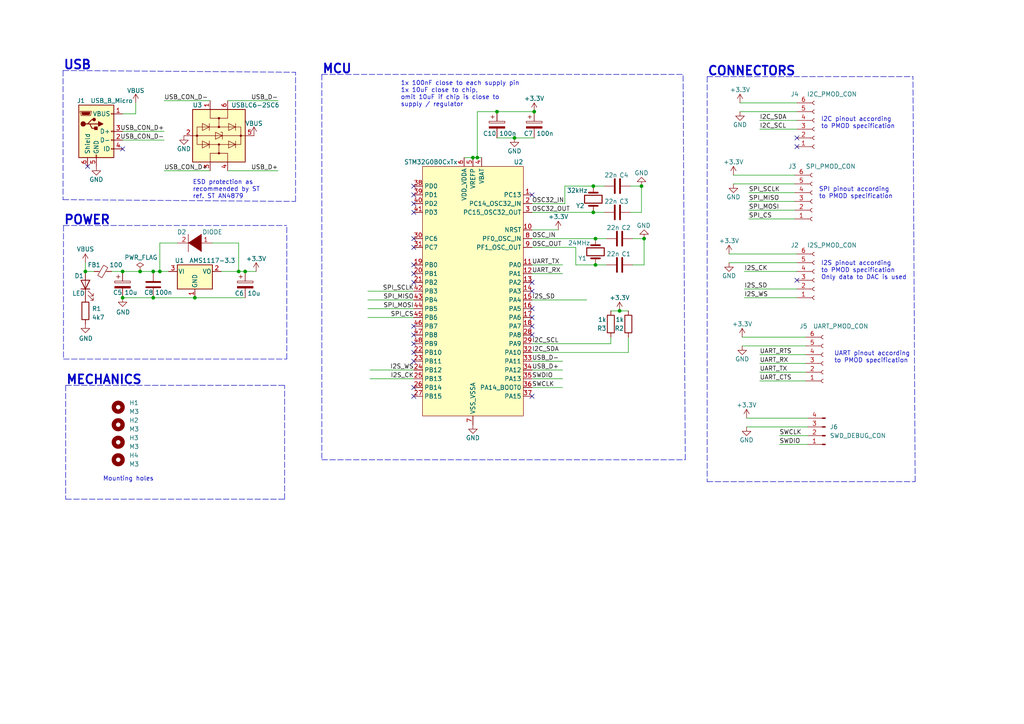
<source format=kicad_sch>
(kicad_sch (version 20211123) (generator eeschema)

  (uuid 19d01920-c4f2-4f94-95aa-d6eb37dfb4c1)

  (paper "A4")

  (title_block
    (title "Esteemo")
    (date "2022-07-15")
    (rev "0.1")
    (company "bananatronics")
    (comment 1 "An educational micro-controller board for the electrotechnically challenged.")
  )

  (lib_symbols
    (symbol "Connector:Conn_01x04_Male" (pin_names (offset 1.016) hide) (in_bom yes) (on_board yes)
      (property "Reference" "J" (id 0) (at 0 5.08 0)
        (effects (font (size 1.27 1.27)))
      )
      (property "Value" "Conn_01x04_Male" (id 1) (at 0 -7.62 0)
        (effects (font (size 1.27 1.27)))
      )
      (property "Footprint" "" (id 2) (at 0 0 0)
        (effects (font (size 1.27 1.27)) hide)
      )
      (property "Datasheet" "~" (id 3) (at 0 0 0)
        (effects (font (size 1.27 1.27)) hide)
      )
      (property "ki_keywords" "connector" (id 4) (at 0 0 0)
        (effects (font (size 1.27 1.27)) hide)
      )
      (property "ki_description" "Generic connector, single row, 01x04, script generated (kicad-library-utils/schlib/autogen/connector/)" (id 5) (at 0 0 0)
        (effects (font (size 1.27 1.27)) hide)
      )
      (property "ki_fp_filters" "Connector*:*_1x??_*" (id 6) (at 0 0 0)
        (effects (font (size 1.27 1.27)) hide)
      )
      (symbol "Conn_01x04_Male_1_1"
        (polyline
          (pts
            (xy 1.27 -5.08)
            (xy 0.8636 -5.08)
          )
          (stroke (width 0.1524) (type default) (color 0 0 0 0))
          (fill (type none))
        )
        (polyline
          (pts
            (xy 1.27 -2.54)
            (xy 0.8636 -2.54)
          )
          (stroke (width 0.1524) (type default) (color 0 0 0 0))
          (fill (type none))
        )
        (polyline
          (pts
            (xy 1.27 0)
            (xy 0.8636 0)
          )
          (stroke (width 0.1524) (type default) (color 0 0 0 0))
          (fill (type none))
        )
        (polyline
          (pts
            (xy 1.27 2.54)
            (xy 0.8636 2.54)
          )
          (stroke (width 0.1524) (type default) (color 0 0 0 0))
          (fill (type none))
        )
        (rectangle (start 0.8636 -4.953) (end 0 -5.207)
          (stroke (width 0.1524) (type default) (color 0 0 0 0))
          (fill (type outline))
        )
        (rectangle (start 0.8636 -2.413) (end 0 -2.667)
          (stroke (width 0.1524) (type default) (color 0 0 0 0))
          (fill (type outline))
        )
        (rectangle (start 0.8636 0.127) (end 0 -0.127)
          (stroke (width 0.1524) (type default) (color 0 0 0 0))
          (fill (type outline))
        )
        (rectangle (start 0.8636 2.667) (end 0 2.413)
          (stroke (width 0.1524) (type default) (color 0 0 0 0))
          (fill (type outline))
        )
        (pin passive line (at 5.08 2.54 180) (length 3.81)
          (name "Pin_1" (effects (font (size 1.27 1.27))))
          (number "1" (effects (font (size 1.27 1.27))))
        )
        (pin passive line (at 5.08 0 180) (length 3.81)
          (name "Pin_2" (effects (font (size 1.27 1.27))))
          (number "2" (effects (font (size 1.27 1.27))))
        )
        (pin passive line (at 5.08 -2.54 180) (length 3.81)
          (name "Pin_3" (effects (font (size 1.27 1.27))))
          (number "3" (effects (font (size 1.27 1.27))))
        )
        (pin passive line (at 5.08 -5.08 180) (length 3.81)
          (name "Pin_4" (effects (font (size 1.27 1.27))))
          (number "4" (effects (font (size 1.27 1.27))))
        )
      )
    )
    (symbol "Connector:Conn_01x06_Female" (pin_names (offset 1.016) hide) (in_bom yes) (on_board yes)
      (property "Reference" "J" (id 0) (at 0 7.62 0)
        (effects (font (size 1.27 1.27)))
      )
      (property "Value" "Conn_01x06_Female" (id 1) (at 0 -10.16 0)
        (effects (font (size 1.27 1.27)))
      )
      (property "Footprint" "" (id 2) (at 0 0 0)
        (effects (font (size 1.27 1.27)) hide)
      )
      (property "Datasheet" "~" (id 3) (at 0 0 0)
        (effects (font (size 1.27 1.27)) hide)
      )
      (property "ki_keywords" "connector" (id 4) (at 0 0 0)
        (effects (font (size 1.27 1.27)) hide)
      )
      (property "ki_description" "Generic connector, single row, 01x06, script generated (kicad-library-utils/schlib/autogen/connector/)" (id 5) (at 0 0 0)
        (effects (font (size 1.27 1.27)) hide)
      )
      (property "ki_fp_filters" "Connector*:*_1x??_*" (id 6) (at 0 0 0)
        (effects (font (size 1.27 1.27)) hide)
      )
      (symbol "Conn_01x06_Female_1_1"
        (arc (start 0 -7.112) (mid -0.508 -7.62) (end 0 -8.128)
          (stroke (width 0.1524) (type default) (color 0 0 0 0))
          (fill (type none))
        )
        (arc (start 0 -4.572) (mid -0.508 -5.08) (end 0 -5.588)
          (stroke (width 0.1524) (type default) (color 0 0 0 0))
          (fill (type none))
        )
        (arc (start 0 -2.032) (mid -0.508 -2.54) (end 0 -3.048)
          (stroke (width 0.1524) (type default) (color 0 0 0 0))
          (fill (type none))
        )
        (polyline
          (pts
            (xy -1.27 -7.62)
            (xy -0.508 -7.62)
          )
          (stroke (width 0.1524) (type default) (color 0 0 0 0))
          (fill (type none))
        )
        (polyline
          (pts
            (xy -1.27 -5.08)
            (xy -0.508 -5.08)
          )
          (stroke (width 0.1524) (type default) (color 0 0 0 0))
          (fill (type none))
        )
        (polyline
          (pts
            (xy -1.27 -2.54)
            (xy -0.508 -2.54)
          )
          (stroke (width 0.1524) (type default) (color 0 0 0 0))
          (fill (type none))
        )
        (polyline
          (pts
            (xy -1.27 0)
            (xy -0.508 0)
          )
          (stroke (width 0.1524) (type default) (color 0 0 0 0))
          (fill (type none))
        )
        (polyline
          (pts
            (xy -1.27 2.54)
            (xy -0.508 2.54)
          )
          (stroke (width 0.1524) (type default) (color 0 0 0 0))
          (fill (type none))
        )
        (polyline
          (pts
            (xy -1.27 5.08)
            (xy -0.508 5.08)
          )
          (stroke (width 0.1524) (type default) (color 0 0 0 0))
          (fill (type none))
        )
        (arc (start 0 0.508) (mid -0.508 0) (end 0 -0.508)
          (stroke (width 0.1524) (type default) (color 0 0 0 0))
          (fill (type none))
        )
        (arc (start 0 3.048) (mid -0.508 2.54) (end 0 2.032)
          (stroke (width 0.1524) (type default) (color 0 0 0 0))
          (fill (type none))
        )
        (arc (start 0 5.588) (mid -0.508 5.08) (end 0 4.572)
          (stroke (width 0.1524) (type default) (color 0 0 0 0))
          (fill (type none))
        )
        (pin passive line (at -5.08 5.08 0) (length 3.81)
          (name "Pin_1" (effects (font (size 1.27 1.27))))
          (number "1" (effects (font (size 1.27 1.27))))
        )
        (pin passive line (at -5.08 2.54 0) (length 3.81)
          (name "Pin_2" (effects (font (size 1.27 1.27))))
          (number "2" (effects (font (size 1.27 1.27))))
        )
        (pin passive line (at -5.08 0 0) (length 3.81)
          (name "Pin_3" (effects (font (size 1.27 1.27))))
          (number "3" (effects (font (size 1.27 1.27))))
        )
        (pin passive line (at -5.08 -2.54 0) (length 3.81)
          (name "Pin_4" (effects (font (size 1.27 1.27))))
          (number "4" (effects (font (size 1.27 1.27))))
        )
        (pin passive line (at -5.08 -5.08 0) (length 3.81)
          (name "Pin_5" (effects (font (size 1.27 1.27))))
          (number "5" (effects (font (size 1.27 1.27))))
        )
        (pin passive line (at -5.08 -7.62 0) (length 3.81)
          (name "Pin_6" (effects (font (size 1.27 1.27))))
          (number "6" (effects (font (size 1.27 1.27))))
        )
      )
    )
    (symbol "Connector:USB_B_Micro" (pin_names (offset 1.016)) (in_bom yes) (on_board yes)
      (property "Reference" "J" (id 0) (at -5.08 11.43 0)
        (effects (font (size 1.27 1.27)) (justify left))
      )
      (property "Value" "USB_B_Micro" (id 1) (at -5.08 8.89 0)
        (effects (font (size 1.27 1.27)) (justify left))
      )
      (property "Footprint" "" (id 2) (at 3.81 -1.27 0)
        (effects (font (size 1.27 1.27)) hide)
      )
      (property "Datasheet" "~" (id 3) (at 3.81 -1.27 0)
        (effects (font (size 1.27 1.27)) hide)
      )
      (property "ki_keywords" "connector USB micro" (id 4) (at 0 0 0)
        (effects (font (size 1.27 1.27)) hide)
      )
      (property "ki_description" "USB Micro Type B connector" (id 5) (at 0 0 0)
        (effects (font (size 1.27 1.27)) hide)
      )
      (property "ki_fp_filters" "USB*" (id 6) (at 0 0 0)
        (effects (font (size 1.27 1.27)) hide)
      )
      (symbol "USB_B_Micro_0_1"
        (rectangle (start -5.08 -7.62) (end 5.08 7.62)
          (stroke (width 0.254) (type default) (color 0 0 0 0))
          (fill (type background))
        )
        (circle (center -3.81 2.159) (radius 0.635)
          (stroke (width 0.254) (type default) (color 0 0 0 0))
          (fill (type outline))
        )
        (circle (center -0.635 3.429) (radius 0.381)
          (stroke (width 0.254) (type default) (color 0 0 0 0))
          (fill (type outline))
        )
        (rectangle (start -0.127 -7.62) (end 0.127 -6.858)
          (stroke (width 0) (type default) (color 0 0 0 0))
          (fill (type none))
        )
        (polyline
          (pts
            (xy -1.905 2.159)
            (xy 0.635 2.159)
          )
          (stroke (width 0.254) (type default) (color 0 0 0 0))
          (fill (type none))
        )
        (polyline
          (pts
            (xy -3.175 2.159)
            (xy -2.54 2.159)
            (xy -1.27 3.429)
            (xy -0.635 3.429)
          )
          (stroke (width 0.254) (type default) (color 0 0 0 0))
          (fill (type none))
        )
        (polyline
          (pts
            (xy -2.54 2.159)
            (xy -1.905 2.159)
            (xy -1.27 0.889)
            (xy 0 0.889)
          )
          (stroke (width 0.254) (type default) (color 0 0 0 0))
          (fill (type none))
        )
        (polyline
          (pts
            (xy 0.635 2.794)
            (xy 0.635 1.524)
            (xy 1.905 2.159)
            (xy 0.635 2.794)
          )
          (stroke (width 0.254) (type default) (color 0 0 0 0))
          (fill (type outline))
        )
        (polyline
          (pts
            (xy -4.318 5.588)
            (xy -1.778 5.588)
            (xy -2.032 4.826)
            (xy -4.064 4.826)
            (xy -4.318 5.588)
          )
          (stroke (width 0) (type default) (color 0 0 0 0))
          (fill (type outline))
        )
        (polyline
          (pts
            (xy -4.699 5.842)
            (xy -4.699 5.588)
            (xy -4.445 4.826)
            (xy -4.445 4.572)
            (xy -1.651 4.572)
            (xy -1.651 4.826)
            (xy -1.397 5.588)
            (xy -1.397 5.842)
            (xy -4.699 5.842)
          )
          (stroke (width 0) (type default) (color 0 0 0 0))
          (fill (type none))
        )
        (rectangle (start 0.254 1.27) (end -0.508 0.508)
          (stroke (width 0.254) (type default) (color 0 0 0 0))
          (fill (type outline))
        )
        (rectangle (start 5.08 -5.207) (end 4.318 -4.953)
          (stroke (width 0) (type default) (color 0 0 0 0))
          (fill (type none))
        )
        (rectangle (start 5.08 -2.667) (end 4.318 -2.413)
          (stroke (width 0) (type default) (color 0 0 0 0))
          (fill (type none))
        )
        (rectangle (start 5.08 -0.127) (end 4.318 0.127)
          (stroke (width 0) (type default) (color 0 0 0 0))
          (fill (type none))
        )
        (rectangle (start 5.08 4.953) (end 4.318 5.207)
          (stroke (width 0) (type default) (color 0 0 0 0))
          (fill (type none))
        )
      )
      (symbol "USB_B_Micro_1_1"
        (pin power_out line (at 7.62 5.08 180) (length 2.54)
          (name "VBUS" (effects (font (size 1.27 1.27))))
          (number "1" (effects (font (size 1.27 1.27))))
        )
        (pin bidirectional line (at 7.62 -2.54 180) (length 2.54)
          (name "D-" (effects (font (size 1.27 1.27))))
          (number "2" (effects (font (size 1.27 1.27))))
        )
        (pin bidirectional line (at 7.62 0 180) (length 2.54)
          (name "D+" (effects (font (size 1.27 1.27))))
          (number "3" (effects (font (size 1.27 1.27))))
        )
        (pin passive line (at 7.62 -5.08 180) (length 2.54)
          (name "ID" (effects (font (size 1.27 1.27))))
          (number "4" (effects (font (size 1.27 1.27))))
        )
        (pin power_out line (at 0 -10.16 90) (length 2.54)
          (name "GND" (effects (font (size 1.27 1.27))))
          (number "5" (effects (font (size 1.27 1.27))))
        )
        (pin passive line (at -2.54 -10.16 90) (length 2.54)
          (name "Shield" (effects (font (size 1.27 1.27))))
          (number "6" (effects (font (size 1.27 1.27))))
        )
      )
    )
    (symbol "Device:C" (pin_numbers hide) (pin_names (offset 0.254)) (in_bom yes) (on_board yes)
      (property "Reference" "C" (id 0) (at 0.635 2.54 0)
        (effects (font (size 1.27 1.27)) (justify left))
      )
      (property "Value" "C" (id 1) (at 0.635 -2.54 0)
        (effects (font (size 1.27 1.27)) (justify left))
      )
      (property "Footprint" "" (id 2) (at 0.9652 -3.81 0)
        (effects (font (size 1.27 1.27)) hide)
      )
      (property "Datasheet" "~" (id 3) (at 0 0 0)
        (effects (font (size 1.27 1.27)) hide)
      )
      (property "ki_keywords" "cap capacitor" (id 4) (at 0 0 0)
        (effects (font (size 1.27 1.27)) hide)
      )
      (property "ki_description" "Unpolarized capacitor" (id 5) (at 0 0 0)
        (effects (font (size 1.27 1.27)) hide)
      )
      (property "ki_fp_filters" "C_*" (id 6) (at 0 0 0)
        (effects (font (size 1.27 1.27)) hide)
      )
      (symbol "C_0_1"
        (polyline
          (pts
            (xy -2.032 -0.762)
            (xy 2.032 -0.762)
          )
          (stroke (width 0.508) (type default) (color 0 0 0 0))
          (fill (type none))
        )
        (polyline
          (pts
            (xy -2.032 0.762)
            (xy 2.032 0.762)
          )
          (stroke (width 0.508) (type default) (color 0 0 0 0))
          (fill (type none))
        )
      )
      (symbol "C_1_1"
        (pin passive line (at 0 3.81 270) (length 2.794)
          (name "~" (effects (font (size 1.27 1.27))))
          (number "1" (effects (font (size 1.27 1.27))))
        )
        (pin passive line (at 0 -3.81 90) (length 2.794)
          (name "~" (effects (font (size 1.27 1.27))))
          (number "2" (effects (font (size 1.27 1.27))))
        )
      )
    )
    (symbol "Device:C_Polarized" (pin_numbers hide) (pin_names (offset 0.254)) (in_bom yes) (on_board yes)
      (property "Reference" "C" (id 0) (at 0.635 2.54 0)
        (effects (font (size 1.27 1.27)) (justify left))
      )
      (property "Value" "C_Polarized" (id 1) (at 0.635 -2.54 0)
        (effects (font (size 1.27 1.27)) (justify left))
      )
      (property "Footprint" "" (id 2) (at 0.9652 -3.81 0)
        (effects (font (size 1.27 1.27)) hide)
      )
      (property "Datasheet" "~" (id 3) (at 0 0 0)
        (effects (font (size 1.27 1.27)) hide)
      )
      (property "ki_keywords" "cap capacitor" (id 4) (at 0 0 0)
        (effects (font (size 1.27 1.27)) hide)
      )
      (property "ki_description" "Polarized capacitor" (id 5) (at 0 0 0)
        (effects (font (size 1.27 1.27)) hide)
      )
      (property "ki_fp_filters" "CP_*" (id 6) (at 0 0 0)
        (effects (font (size 1.27 1.27)) hide)
      )
      (symbol "C_Polarized_0_1"
        (rectangle (start -2.286 0.508) (end 2.286 1.016)
          (stroke (width 0) (type default) (color 0 0 0 0))
          (fill (type none))
        )
        (polyline
          (pts
            (xy -1.778 2.286)
            (xy -0.762 2.286)
          )
          (stroke (width 0) (type default) (color 0 0 0 0))
          (fill (type none))
        )
        (polyline
          (pts
            (xy -1.27 2.794)
            (xy -1.27 1.778)
          )
          (stroke (width 0) (type default) (color 0 0 0 0))
          (fill (type none))
        )
        (rectangle (start 2.286 -0.508) (end -2.286 -1.016)
          (stroke (width 0) (type default) (color 0 0 0 0))
          (fill (type outline))
        )
      )
      (symbol "C_Polarized_1_1"
        (pin passive line (at 0 3.81 270) (length 2.794)
          (name "~" (effects (font (size 1.27 1.27))))
          (number "1" (effects (font (size 1.27 1.27))))
        )
        (pin passive line (at 0 -3.81 90) (length 2.794)
          (name "~" (effects (font (size 1.27 1.27))))
          (number "2" (effects (font (size 1.27 1.27))))
        )
      )
    )
    (symbol "Device:Crystal" (pin_numbers hide) (pin_names (offset 1.016) hide) (in_bom yes) (on_board yes)
      (property "Reference" "Y" (id 0) (at 0 3.81 0)
        (effects (font (size 1.27 1.27)))
      )
      (property "Value" "Crystal" (id 1) (at 0 -3.81 0)
        (effects (font (size 1.27 1.27)))
      )
      (property "Footprint" "" (id 2) (at 0 0 0)
        (effects (font (size 1.27 1.27)) hide)
      )
      (property "Datasheet" "~" (id 3) (at 0 0 0)
        (effects (font (size 1.27 1.27)) hide)
      )
      (property "ki_keywords" "quartz ceramic resonator oscillator" (id 4) (at 0 0 0)
        (effects (font (size 1.27 1.27)) hide)
      )
      (property "ki_description" "Two pin crystal" (id 5) (at 0 0 0)
        (effects (font (size 1.27 1.27)) hide)
      )
      (property "ki_fp_filters" "Crystal*" (id 6) (at 0 0 0)
        (effects (font (size 1.27 1.27)) hide)
      )
      (symbol "Crystal_0_1"
        (rectangle (start -1.143 2.54) (end 1.143 -2.54)
          (stroke (width 0.3048) (type default) (color 0 0 0 0))
          (fill (type none))
        )
        (polyline
          (pts
            (xy -2.54 0)
            (xy -1.905 0)
          )
          (stroke (width 0) (type default) (color 0 0 0 0))
          (fill (type none))
        )
        (polyline
          (pts
            (xy -1.905 -1.27)
            (xy -1.905 1.27)
          )
          (stroke (width 0.508) (type default) (color 0 0 0 0))
          (fill (type none))
        )
        (polyline
          (pts
            (xy 1.905 -1.27)
            (xy 1.905 1.27)
          )
          (stroke (width 0.508) (type default) (color 0 0 0 0))
          (fill (type none))
        )
        (polyline
          (pts
            (xy 2.54 0)
            (xy 1.905 0)
          )
          (stroke (width 0) (type default) (color 0 0 0 0))
          (fill (type none))
        )
      )
      (symbol "Crystal_1_1"
        (pin passive line (at -3.81 0 0) (length 1.27)
          (name "1" (effects (font (size 1.27 1.27))))
          (number "1" (effects (font (size 1.27 1.27))))
        )
        (pin passive line (at 3.81 0 180) (length 1.27)
          (name "2" (effects (font (size 1.27 1.27))))
          (number "2" (effects (font (size 1.27 1.27))))
        )
      )
    )
    (symbol "Device:FerriteBead_Small" (pin_numbers hide) (pin_names (offset 0)) (in_bom yes) (on_board yes)
      (property "Reference" "FB" (id 0) (at 1.905 1.27 0)
        (effects (font (size 1.27 1.27)) (justify left))
      )
      (property "Value" "FerriteBead_Small" (id 1) (at 1.905 -1.27 0)
        (effects (font (size 1.27 1.27)) (justify left))
      )
      (property "Footprint" "" (id 2) (at -1.778 0 90)
        (effects (font (size 1.27 1.27)) hide)
      )
      (property "Datasheet" "~" (id 3) (at 0 0 0)
        (effects (font (size 1.27 1.27)) hide)
      )
      (property "ki_keywords" "L ferrite bead inductor filter" (id 4) (at 0 0 0)
        (effects (font (size 1.27 1.27)) hide)
      )
      (property "ki_description" "Ferrite bead, small symbol" (id 5) (at 0 0 0)
        (effects (font (size 1.27 1.27)) hide)
      )
      (property "ki_fp_filters" "Inductor_* L_* *Ferrite*" (id 6) (at 0 0 0)
        (effects (font (size 1.27 1.27)) hide)
      )
      (symbol "FerriteBead_Small_0_1"
        (polyline
          (pts
            (xy 0 -1.27)
            (xy 0 -0.7874)
          )
          (stroke (width 0) (type default) (color 0 0 0 0))
          (fill (type none))
        )
        (polyline
          (pts
            (xy 0 0.889)
            (xy 0 1.2954)
          )
          (stroke (width 0) (type default) (color 0 0 0 0))
          (fill (type none))
        )
        (polyline
          (pts
            (xy -1.8288 0.2794)
            (xy -1.1176 1.4986)
            (xy 1.8288 -0.2032)
            (xy 1.1176 -1.4224)
            (xy -1.8288 0.2794)
          )
          (stroke (width 0) (type default) (color 0 0 0 0))
          (fill (type none))
        )
      )
      (symbol "FerriteBead_Small_1_1"
        (pin passive line (at 0 2.54 270) (length 1.27)
          (name "~" (effects (font (size 1.27 1.27))))
          (number "1" (effects (font (size 1.27 1.27))))
        )
        (pin passive line (at 0 -2.54 90) (length 1.27)
          (name "~" (effects (font (size 1.27 1.27))))
          (number "2" (effects (font (size 1.27 1.27))))
        )
      )
    )
    (symbol "Device:LED" (pin_numbers hide) (pin_names (offset 1.016) hide) (in_bom yes) (on_board yes)
      (property "Reference" "D" (id 0) (at 0 2.54 0)
        (effects (font (size 1.27 1.27)))
      )
      (property "Value" "LED" (id 1) (at 0 -2.54 0)
        (effects (font (size 1.27 1.27)))
      )
      (property "Footprint" "" (id 2) (at 0 0 0)
        (effects (font (size 1.27 1.27)) hide)
      )
      (property "Datasheet" "~" (id 3) (at 0 0 0)
        (effects (font (size 1.27 1.27)) hide)
      )
      (property "ki_keywords" "LED diode" (id 4) (at 0 0 0)
        (effects (font (size 1.27 1.27)) hide)
      )
      (property "ki_description" "Light emitting diode" (id 5) (at 0 0 0)
        (effects (font (size 1.27 1.27)) hide)
      )
      (property "ki_fp_filters" "LED* LED_SMD:* LED_THT:*" (id 6) (at 0 0 0)
        (effects (font (size 1.27 1.27)) hide)
      )
      (symbol "LED_0_1"
        (polyline
          (pts
            (xy -1.27 -1.27)
            (xy -1.27 1.27)
          )
          (stroke (width 0.254) (type default) (color 0 0 0 0))
          (fill (type none))
        )
        (polyline
          (pts
            (xy -1.27 0)
            (xy 1.27 0)
          )
          (stroke (width 0) (type default) (color 0 0 0 0))
          (fill (type none))
        )
        (polyline
          (pts
            (xy 1.27 -1.27)
            (xy 1.27 1.27)
            (xy -1.27 0)
            (xy 1.27 -1.27)
          )
          (stroke (width 0.254) (type default) (color 0 0 0 0))
          (fill (type none))
        )
        (polyline
          (pts
            (xy -3.048 -0.762)
            (xy -4.572 -2.286)
            (xy -3.81 -2.286)
            (xy -4.572 -2.286)
            (xy -4.572 -1.524)
          )
          (stroke (width 0) (type default) (color 0 0 0 0))
          (fill (type none))
        )
        (polyline
          (pts
            (xy -1.778 -0.762)
            (xy -3.302 -2.286)
            (xy -2.54 -2.286)
            (xy -3.302 -2.286)
            (xy -3.302 -1.524)
          )
          (stroke (width 0) (type default) (color 0 0 0 0))
          (fill (type none))
        )
      )
      (symbol "LED_1_1"
        (pin passive line (at -3.81 0 0) (length 2.54)
          (name "K" (effects (font (size 1.27 1.27))))
          (number "1" (effects (font (size 1.27 1.27))))
        )
        (pin passive line (at 3.81 0 180) (length 2.54)
          (name "A" (effects (font (size 1.27 1.27))))
          (number "2" (effects (font (size 1.27 1.27))))
        )
      )
    )
    (symbol "Device:R" (pin_numbers hide) (pin_names (offset 0)) (in_bom yes) (on_board yes)
      (property "Reference" "R" (id 0) (at 2.032 0 90)
        (effects (font (size 1.27 1.27)))
      )
      (property "Value" "R" (id 1) (at 0 0 90)
        (effects (font (size 1.27 1.27)))
      )
      (property "Footprint" "" (id 2) (at -1.778 0 90)
        (effects (font (size 1.27 1.27)) hide)
      )
      (property "Datasheet" "~" (id 3) (at 0 0 0)
        (effects (font (size 1.27 1.27)) hide)
      )
      (property "ki_keywords" "R res resistor" (id 4) (at 0 0 0)
        (effects (font (size 1.27 1.27)) hide)
      )
      (property "ki_description" "Resistor" (id 5) (at 0 0 0)
        (effects (font (size 1.27 1.27)) hide)
      )
      (property "ki_fp_filters" "R_*" (id 6) (at 0 0 0)
        (effects (font (size 1.27 1.27)) hide)
      )
      (symbol "R_0_1"
        (rectangle (start -1.016 -2.54) (end 1.016 2.54)
          (stroke (width 0.254) (type default) (color 0 0 0 0))
          (fill (type none))
        )
      )
      (symbol "R_1_1"
        (pin passive line (at 0 3.81 270) (length 1.27)
          (name "~" (effects (font (size 1.27 1.27))))
          (number "1" (effects (font (size 1.27 1.27))))
        )
        (pin passive line (at 0 -3.81 90) (length 1.27)
          (name "~" (effects (font (size 1.27 1.27))))
          (number "2" (effects (font (size 1.27 1.27))))
        )
      )
    )
    (symbol "Mechanical:MountingHole" (pin_names (offset 1.016)) (in_bom yes) (on_board yes)
      (property "Reference" "H" (id 0) (at 0 5.08 0)
        (effects (font (size 1.27 1.27)))
      )
      (property "Value" "MountingHole" (id 1) (at 0 3.175 0)
        (effects (font (size 1.27 1.27)))
      )
      (property "Footprint" "" (id 2) (at 0 0 0)
        (effects (font (size 1.27 1.27)) hide)
      )
      (property "Datasheet" "~" (id 3) (at 0 0 0)
        (effects (font (size 1.27 1.27)) hide)
      )
      (property "ki_keywords" "mounting hole" (id 4) (at 0 0 0)
        (effects (font (size 1.27 1.27)) hide)
      )
      (property "ki_description" "Mounting Hole without connection" (id 5) (at 0 0 0)
        (effects (font (size 1.27 1.27)) hide)
      )
      (property "ki_fp_filters" "MountingHole*" (id 6) (at 0 0 0)
        (effects (font (size 1.27 1.27)) hide)
      )
      (symbol "MountingHole_0_1"
        (circle (center 0 0) (radius 1.27)
          (stroke (width 1.27) (type default) (color 0 0 0 0))
          (fill (type none))
        )
      )
    )
    (symbol "Power_Protection:USBLC6-2SC6" (pin_names hide) (in_bom yes) (on_board yes)
      (property "Reference" "U" (id 0) (at 2.54 8.89 0)
        (effects (font (size 1.27 1.27)) (justify left))
      )
      (property "Value" "USBLC6-2SC6" (id 1) (at 2.54 -8.89 0)
        (effects (font (size 1.27 1.27)) (justify left))
      )
      (property "Footprint" "Package_TO_SOT_SMD:SOT-23-6" (id 2) (at 0 -12.7 0)
        (effects (font (size 1.27 1.27)) hide)
      )
      (property "Datasheet" "https://www.st.com/resource/en/datasheet/usblc6-2.pdf" (id 3) (at 5.08 8.89 0)
        (effects (font (size 1.27 1.27)) hide)
      )
      (property "ki_keywords" "usb ethernet video" (id 4) (at 0 0 0)
        (effects (font (size 1.27 1.27)) hide)
      )
      (property "ki_description" "Very low capacitance ESD protection diode, 2 data-line, SOT-23-6" (id 5) (at 0 0 0)
        (effects (font (size 1.27 1.27)) hide)
      )
      (property "ki_fp_filters" "SOT?23*" (id 6) (at 0 0 0)
        (effects (font (size 1.27 1.27)) hide)
      )
      (symbol "USBLC6-2SC6_0_1"
        (rectangle (start -7.62 -7.62) (end 7.62 7.62)
          (stroke (width 0.254) (type default) (color 0 0 0 0))
          (fill (type background))
        )
        (circle (center -5.08 0) (radius 0.254)
          (stroke (width 0) (type default) (color 0 0 0 0))
          (fill (type outline))
        )
        (circle (center -2.54 0) (radius 0.254)
          (stroke (width 0) (type default) (color 0 0 0 0))
          (fill (type outline))
        )
        (rectangle (start -2.54 6.35) (end 2.54 -6.35)
          (stroke (width 0) (type default) (color 0 0 0 0))
          (fill (type none))
        )
        (circle (center 0 -6.35) (radius 0.254)
          (stroke (width 0) (type default) (color 0 0 0 0))
          (fill (type outline))
        )
        (polyline
          (pts
            (xy -5.08 -2.54)
            (xy -7.62 -2.54)
          )
          (stroke (width 0) (type default) (color 0 0 0 0))
          (fill (type none))
        )
        (polyline
          (pts
            (xy -5.08 0)
            (xy -5.08 -2.54)
          )
          (stroke (width 0) (type default) (color 0 0 0 0))
          (fill (type none))
        )
        (polyline
          (pts
            (xy -5.08 2.54)
            (xy -7.62 2.54)
          )
          (stroke (width 0) (type default) (color 0 0 0 0))
          (fill (type none))
        )
        (polyline
          (pts
            (xy -1.524 -2.794)
            (xy -3.556 -2.794)
          )
          (stroke (width 0) (type default) (color 0 0 0 0))
          (fill (type none))
        )
        (polyline
          (pts
            (xy -1.524 4.826)
            (xy -3.556 4.826)
          )
          (stroke (width 0) (type default) (color 0 0 0 0))
          (fill (type none))
        )
        (polyline
          (pts
            (xy 0 -7.62)
            (xy 0 -6.35)
          )
          (stroke (width 0) (type default) (color 0 0 0 0))
          (fill (type none))
        )
        (polyline
          (pts
            (xy 0 -6.35)
            (xy 0 1.27)
          )
          (stroke (width 0) (type default) (color 0 0 0 0))
          (fill (type none))
        )
        (polyline
          (pts
            (xy 0 1.27)
            (xy 0 6.35)
          )
          (stroke (width 0) (type default) (color 0 0 0 0))
          (fill (type none))
        )
        (polyline
          (pts
            (xy 0 6.35)
            (xy 0 7.62)
          )
          (stroke (width 0) (type default) (color 0 0 0 0))
          (fill (type none))
        )
        (polyline
          (pts
            (xy 1.524 -2.794)
            (xy 3.556 -2.794)
          )
          (stroke (width 0) (type default) (color 0 0 0 0))
          (fill (type none))
        )
        (polyline
          (pts
            (xy 1.524 4.826)
            (xy 3.556 4.826)
          )
          (stroke (width 0) (type default) (color 0 0 0 0))
          (fill (type none))
        )
        (polyline
          (pts
            (xy 5.08 -2.54)
            (xy 7.62 -2.54)
          )
          (stroke (width 0) (type default) (color 0 0 0 0))
          (fill (type none))
        )
        (polyline
          (pts
            (xy 5.08 0)
            (xy 5.08 -2.54)
          )
          (stroke (width 0) (type default) (color 0 0 0 0))
          (fill (type none))
        )
        (polyline
          (pts
            (xy 5.08 2.54)
            (xy 7.62 2.54)
          )
          (stroke (width 0) (type default) (color 0 0 0 0))
          (fill (type none))
        )
        (polyline
          (pts
            (xy -2.54 0)
            (xy -5.08 0)
            (xy -5.08 2.54)
          )
          (stroke (width 0) (type default) (color 0 0 0 0))
          (fill (type none))
        )
        (polyline
          (pts
            (xy 2.54 0)
            (xy 5.08 0)
            (xy 5.08 2.54)
          )
          (stroke (width 0) (type default) (color 0 0 0 0))
          (fill (type none))
        )
        (polyline
          (pts
            (xy -3.556 -4.826)
            (xy -1.524 -4.826)
            (xy -2.54 -2.794)
            (xy -3.556 -4.826)
          )
          (stroke (width 0) (type default) (color 0 0 0 0))
          (fill (type none))
        )
        (polyline
          (pts
            (xy -3.556 2.794)
            (xy -1.524 2.794)
            (xy -2.54 4.826)
            (xy -3.556 2.794)
          )
          (stroke (width 0) (type default) (color 0 0 0 0))
          (fill (type none))
        )
        (polyline
          (pts
            (xy -1.016 -1.016)
            (xy 1.016 -1.016)
            (xy 0 1.016)
            (xy -1.016 -1.016)
          )
          (stroke (width 0) (type default) (color 0 0 0 0))
          (fill (type none))
        )
        (polyline
          (pts
            (xy 1.016 1.016)
            (xy 0.762 1.016)
            (xy -1.016 1.016)
            (xy -1.016 0.508)
          )
          (stroke (width 0) (type default) (color 0 0 0 0))
          (fill (type none))
        )
        (polyline
          (pts
            (xy 3.556 -4.826)
            (xy 1.524 -4.826)
            (xy 2.54 -2.794)
            (xy 3.556 -4.826)
          )
          (stroke (width 0) (type default) (color 0 0 0 0))
          (fill (type none))
        )
        (polyline
          (pts
            (xy 3.556 2.794)
            (xy 1.524 2.794)
            (xy 2.54 4.826)
            (xy 3.556 2.794)
          )
          (stroke (width 0) (type default) (color 0 0 0 0))
          (fill (type none))
        )
        (circle (center 0 6.35) (radius 0.254)
          (stroke (width 0) (type default) (color 0 0 0 0))
          (fill (type outline))
        )
        (circle (center 2.54 0) (radius 0.254)
          (stroke (width 0) (type default) (color 0 0 0 0))
          (fill (type outline))
        )
        (circle (center 5.08 0) (radius 0.254)
          (stroke (width 0) (type default) (color 0 0 0 0))
          (fill (type outline))
        )
      )
      (symbol "USBLC6-2SC6_1_1"
        (pin passive line (at -10.16 -2.54 0) (length 2.54)
          (name "I/O1" (effects (font (size 1.27 1.27))))
          (number "1" (effects (font (size 1.27 1.27))))
        )
        (pin passive line (at 0 -10.16 90) (length 2.54)
          (name "GND" (effects (font (size 1.27 1.27))))
          (number "2" (effects (font (size 1.27 1.27))))
        )
        (pin passive line (at 10.16 -2.54 180) (length 2.54)
          (name "I/O2" (effects (font (size 1.27 1.27))))
          (number "3" (effects (font (size 1.27 1.27))))
        )
        (pin passive line (at 10.16 2.54 180) (length 2.54)
          (name "I/O2" (effects (font (size 1.27 1.27))))
          (number "4" (effects (font (size 1.27 1.27))))
        )
        (pin passive line (at 0 10.16 270) (length 2.54)
          (name "VBUS" (effects (font (size 1.27 1.27))))
          (number "5" (effects (font (size 1.27 1.27))))
        )
        (pin passive line (at -10.16 2.54 0) (length 2.54)
          (name "I/O1" (effects (font (size 1.27 1.27))))
          (number "6" (effects (font (size 1.27 1.27))))
        )
      )
    )
    (symbol "Regulator_Linear:AMS1117-3.3" (pin_names (offset 0.254)) (in_bom yes) (on_board yes)
      (property "Reference" "U" (id 0) (at -3.81 3.175 0)
        (effects (font (size 1.27 1.27)))
      )
      (property "Value" "AMS1117-3.3" (id 1) (at 0 3.175 0)
        (effects (font (size 1.27 1.27)) (justify left))
      )
      (property "Footprint" "Package_TO_SOT_SMD:SOT-223-3_TabPin2" (id 2) (at 0 5.08 0)
        (effects (font (size 1.27 1.27)) hide)
      )
      (property "Datasheet" "http://www.advanced-monolithic.com/pdf/ds1117.pdf" (id 3) (at 2.54 -6.35 0)
        (effects (font (size 1.27 1.27)) hide)
      )
      (property "ki_keywords" "linear regulator ldo fixed positive" (id 4) (at 0 0 0)
        (effects (font (size 1.27 1.27)) hide)
      )
      (property "ki_description" "1A Low Dropout regulator, positive, 3.3V fixed output, SOT-223" (id 5) (at 0 0 0)
        (effects (font (size 1.27 1.27)) hide)
      )
      (property "ki_fp_filters" "SOT?223*TabPin2*" (id 6) (at 0 0 0)
        (effects (font (size 1.27 1.27)) hide)
      )
      (symbol "AMS1117-3.3_0_1"
        (rectangle (start -5.08 -5.08) (end 5.08 1.905)
          (stroke (width 0.254) (type default) (color 0 0 0 0))
          (fill (type background))
        )
      )
      (symbol "AMS1117-3.3_1_1"
        (pin power_in line (at 0 -7.62 90) (length 2.54)
          (name "GND" (effects (font (size 1.27 1.27))))
          (number "1" (effects (font (size 1.27 1.27))))
        )
        (pin power_out line (at 7.62 0 180) (length 2.54)
          (name "VO" (effects (font (size 1.27 1.27))))
          (number "2" (effects (font (size 1.27 1.27))))
        )
        (pin power_in line (at -7.62 0 0) (length 2.54)
          (name "VI" (effects (font (size 1.27 1.27))))
          (number "3" (effects (font (size 1.27 1.27))))
        )
      )
    )
    (symbol "esteemo_library:STM32G0B0CxTx" (in_bom yes) (on_board yes)
      (property "Reference" "U" (id 0) (at -10.795 25.4 0)
        (effects (font (size 1.27 1.27)))
      )
      (property "Value" "STM32G0B0CxTx" (id 1) (at 12.7 25.4 0)
        (effects (font (size 1.27 1.27)))
      )
      (property "Footprint" "" (id 2) (at -2.54 0 0)
        (effects (font (size 1.27 1.27)) hide)
      )
      (property "Datasheet" "" (id 3) (at -2.54 0 0)
        (effects (font (size 1.27 1.27)) hide)
      )
      (symbol "STM32G0B0CxTx_0_1"
        (rectangle (start -14.605 23.495) (end 14.605 -48.895)
          (stroke (width 0) (type default) (color 0 0 0 0))
          (fill (type background))
        )
      )
      (symbol "STM32G0B0CxTx_1_1"
        (pin bidirectional line (at -17.145 15.24 0) (length 2.54)
          (name "PC13" (effects (font (size 1.27 1.27))))
          (number "1" (effects (font (size 1.27 1.27))))
        )
        (pin input line (at -17.145 5.08 0) (length 2.54)
          (name "NRST" (effects (font (size 1.27 1.27))))
          (number "10" (effects (font (size 1.27 1.27))))
        )
        (pin bidirectional line (at -17.145 -5.08 0) (length 2.54)
          (name "PA0" (effects (font (size 1.27 1.27))))
          (number "11" (effects (font (size 1.27 1.27))))
        )
        (pin bidirectional line (at -17.145 -7.62 0) (length 2.54)
          (name "PA1" (effects (font (size 1.27 1.27))))
          (number "12" (effects (font (size 1.27 1.27))))
        )
        (pin bidirectional line (at -17.145 -10.16 0) (length 2.54)
          (name "PA2" (effects (font (size 1.27 1.27))))
          (number "13" (effects (font (size 1.27 1.27))))
        )
        (pin bidirectional line (at -17.145 -12.7 0) (length 2.54)
          (name "PA3" (effects (font (size 1.27 1.27))))
          (number "14" (effects (font (size 1.27 1.27))))
        )
        (pin bidirectional line (at -17.145 -15.24 0) (length 2.54)
          (name "PA4" (effects (font (size 1.27 1.27))))
          (number "15" (effects (font (size 1.27 1.27))))
        )
        (pin bidirectional line (at -17.145 -17.78 0) (length 2.54)
          (name "PA5" (effects (font (size 1.27 1.27))))
          (number "16" (effects (font (size 1.27 1.27))))
        )
        (pin bidirectional line (at -17.145 -20.32 0) (length 2.54)
          (name "PA6" (effects (font (size 1.27 1.27))))
          (number "17" (effects (font (size 1.27 1.27))))
        )
        (pin bidirectional line (at -17.145 -22.86 0) (length 2.54)
          (name "PA7" (effects (font (size 1.27 1.27))))
          (number "18" (effects (font (size 1.27 1.27))))
        )
        (pin bidirectional line (at 17.145 -5.08 180) (length 2.54)
          (name "PB0" (effects (font (size 1.27 1.27))))
          (number "19" (effects (font (size 1.27 1.27))))
        )
        (pin bidirectional line (at -17.145 12.7 0) (length 2.54)
          (name "PC14_OSC32_IN" (effects (font (size 1.27 1.27))))
          (number "2" (effects (font (size 1.27 1.27))))
        )
        (pin bidirectional line (at 17.145 -7.62 180) (length 2.54)
          (name "PB1" (effects (font (size 1.27 1.27))))
          (number "20" (effects (font (size 1.27 1.27))))
        )
        (pin bidirectional line (at 17.145 -10.16 180) (length 2.54)
          (name "PB2" (effects (font (size 1.27 1.27))))
          (number "21" (effects (font (size 1.27 1.27))))
        )
        (pin bidirectional line (at 17.145 -30.48 180) (length 2.54)
          (name "PB10" (effects (font (size 1.27 1.27))))
          (number "22" (effects (font (size 1.27 1.27))))
        )
        (pin bidirectional line (at 17.145 -33.02 180) (length 2.54)
          (name "PB11" (effects (font (size 1.27 1.27))))
          (number "23" (effects (font (size 1.27 1.27))))
        )
        (pin bidirectional line (at 17.145 -35.56 180) (length 2.54)
          (name "PB12" (effects (font (size 1.27 1.27))))
          (number "24" (effects (font (size 1.27 1.27))))
        )
        (pin bidirectional line (at 17.145 -38.1 180) (length 2.54)
          (name "PB13" (effects (font (size 1.27 1.27))))
          (number "25" (effects (font (size 1.27 1.27))))
        )
        (pin bidirectional line (at 17.145 -40.64 180) (length 2.54)
          (name "PB14" (effects (font (size 1.27 1.27))))
          (number "26" (effects (font (size 1.27 1.27))))
        )
        (pin bidirectional line (at 17.145 -43.18 180) (length 2.54)
          (name "PB15" (effects (font (size 1.27 1.27))))
          (number "27" (effects (font (size 1.27 1.27))))
        )
        (pin bidirectional line (at -17.145 -25.4 0) (length 2.54)
          (name "PA8" (effects (font (size 1.27 1.27))))
          (number "28" (effects (font (size 1.27 1.27))))
        )
        (pin bidirectional line (at -17.145 -27.94 0) (length 2.54)
          (name "PA9" (effects (font (size 1.27 1.27))))
          (number "29" (effects (font (size 1.27 1.27))))
        )
        (pin bidirectional line (at -17.145 10.16 0) (length 2.54)
          (name "PC15_OSC32_OUT" (effects (font (size 1.27 1.27))))
          (number "3" (effects (font (size 1.27 1.27))))
        )
        (pin bidirectional line (at 17.145 2.54 180) (length 2.54)
          (name "PC6" (effects (font (size 1.27 1.27))))
          (number "30" (effects (font (size 1.27 1.27))))
        )
        (pin bidirectional line (at 17.145 0 180) (length 2.54)
          (name "PC7" (effects (font (size 1.27 1.27))))
          (number "31" (effects (font (size 1.27 1.27))))
        )
        (pin bidirectional line (at -17.145 -30.48 0) (length 2.54)
          (name "PA10" (effects (font (size 1.27 1.27))))
          (number "32" (effects (font (size 1.27 1.27))))
        )
        (pin bidirectional line (at -17.145 -33.02 0) (length 2.54)
          (name "PA11" (effects (font (size 1.27 1.27))))
          (number "33" (effects (font (size 1.27 1.27))))
        )
        (pin bidirectional line (at -17.145 -35.56 0) (length 2.54)
          (name "PA12" (effects (font (size 1.27 1.27))))
          (number "34" (effects (font (size 1.27 1.27))))
        )
        (pin bidirectional line (at -17.145 -38.1 0) (length 2.54)
          (name "PA13" (effects (font (size 1.27 1.27))))
          (number "35" (effects (font (size 1.27 1.27))))
        )
        (pin bidirectional line (at -17.145 -40.64 0) (length 2.54)
          (name "PA14_BOOT0" (effects (font (size 1.27 1.27))))
          (number "36" (effects (font (size 1.27 1.27))))
        )
        (pin bidirectional line (at -17.145 -43.18 0) (length 2.54)
          (name "PA15" (effects (font (size 1.27 1.27))))
          (number "37" (effects (font (size 1.27 1.27))))
        )
        (pin bidirectional line (at 17.145 17.78 180) (length 2.54)
          (name "PD0" (effects (font (size 1.27 1.27))))
          (number "38" (effects (font (size 1.27 1.27))))
        )
        (pin bidirectional line (at 17.145 15.24 180) (length 2.54)
          (name "PD1" (effects (font (size 1.27 1.27))))
          (number "39" (effects (font (size 1.27 1.27))))
        )
        (pin power_in line (at -2.54 26.035 270) (length 2.54)
          (name "VBAT" (effects (font (size 1.27 1.27))))
          (number "4" (effects (font (size 1.27 1.27))))
        )
        (pin bidirectional line (at 17.145 12.7 180) (length 2.54)
          (name "PD2" (effects (font (size 1.27 1.27))))
          (number "40" (effects (font (size 1.27 1.27))))
        )
        (pin bidirectional line (at 17.145 10.16 180) (length 2.54)
          (name "PD3" (effects (font (size 1.27 1.27))))
          (number "41" (effects (font (size 1.27 1.27))))
        )
        (pin bidirectional line (at 17.145 -12.7 180) (length 2.54)
          (name "PB3" (effects (font (size 1.27 1.27))))
          (number "42" (effects (font (size 1.27 1.27))))
        )
        (pin bidirectional line (at 17.145 -15.24 180) (length 2.54)
          (name "PB4" (effects (font (size 1.27 1.27))))
          (number "43" (effects (font (size 1.27 1.27))))
        )
        (pin bidirectional line (at 17.145 -17.78 180) (length 2.54)
          (name "PB5" (effects (font (size 1.27 1.27))))
          (number "44" (effects (font (size 1.27 1.27))))
        )
        (pin bidirectional line (at 17.145 -20.32 180) (length 2.54)
          (name "PB6" (effects (font (size 1.27 1.27))))
          (number "45" (effects (font (size 1.27 1.27))))
        )
        (pin bidirectional line (at 17.145 -22.86 180) (length 2.54)
          (name "PB7" (effects (font (size 1.27 1.27))))
          (number "46" (effects (font (size 1.27 1.27))))
        )
        (pin bidirectional line (at 17.145 -25.4 180) (length 2.54)
          (name "PB8" (effects (font (size 1.27 1.27))))
          (number "47" (effects (font (size 1.27 1.27))))
        )
        (pin bidirectional line (at 17.145 -27.94 180) (length 2.54)
          (name "PB9" (effects (font (size 1.27 1.27))))
          (number "48" (effects (font (size 1.27 1.27))))
        )
        (pin power_in line (at 0 26.035 270) (length 2.54)
          (name "VREFP" (effects (font (size 1.27 1.27))))
          (number "5" (effects (font (size 1.27 1.27))))
        )
        (pin power_in line (at 2.54 26.035 270) (length 2.54)
          (name "VDD_VDDA" (effects (font (size 1.27 1.27))))
          (number "6" (effects (font (size 1.27 1.27))))
        )
        (pin power_in line (at 0 -51.435 90) (length 2.54)
          (name "VSS_VSSA" (effects (font (size 1.27 1.27))))
          (number "7" (effects (font (size 1.27 1.27))))
        )
        (pin bidirectional line (at -17.145 2.54 0) (length 2.54)
          (name "PF0_OSC_IN" (effects (font (size 1.27 1.27))))
          (number "8" (effects (font (size 1.27 1.27))))
        )
        (pin bidirectional line (at -17.145 0 0) (length 2.54)
          (name "PF1_OSC_OUT" (effects (font (size 1.27 1.27))))
          (number "9" (effects (font (size 1.27 1.27))))
        )
      )
    )
    (symbol "power:+3.3V" (power) (pin_names (offset 0)) (in_bom yes) (on_board yes)
      (property "Reference" "#PWR" (id 0) (at 0 -3.81 0)
        (effects (font (size 1.27 1.27)) hide)
      )
      (property "Value" "+3.3V" (id 1) (at 0 3.556 0)
        (effects (font (size 1.27 1.27)))
      )
      (property "Footprint" "" (id 2) (at 0 0 0)
        (effects (font (size 1.27 1.27)) hide)
      )
      (property "Datasheet" "" (id 3) (at 0 0 0)
        (effects (font (size 1.27 1.27)) hide)
      )
      (property "ki_keywords" "power-flag" (id 4) (at 0 0 0)
        (effects (font (size 1.27 1.27)) hide)
      )
      (property "ki_description" "Power symbol creates a global label with name \"+3.3V\"" (id 5) (at 0 0 0)
        (effects (font (size 1.27 1.27)) hide)
      )
      (symbol "+3.3V_0_1"
        (polyline
          (pts
            (xy -0.762 1.27)
            (xy 0 2.54)
          )
          (stroke (width 0) (type default) (color 0 0 0 0))
          (fill (type none))
        )
        (polyline
          (pts
            (xy 0 0)
            (xy 0 2.54)
          )
          (stroke (width 0) (type default) (color 0 0 0 0))
          (fill (type none))
        )
        (polyline
          (pts
            (xy 0 2.54)
            (xy 0.762 1.27)
          )
          (stroke (width 0) (type default) (color 0 0 0 0))
          (fill (type none))
        )
      )
      (symbol "+3.3V_1_1"
        (pin power_in line (at 0 0 90) (length 0) hide
          (name "+3.3V" (effects (font (size 1.27 1.27))))
          (number "1" (effects (font (size 1.27 1.27))))
        )
      )
    )
    (symbol "power:GND" (power) (pin_names (offset 0)) (in_bom yes) (on_board yes)
      (property "Reference" "#PWR" (id 0) (at 0 -6.35 0)
        (effects (font (size 1.27 1.27)) hide)
      )
      (property "Value" "GND" (id 1) (at 0 -3.81 0)
        (effects (font (size 1.27 1.27)))
      )
      (property "Footprint" "" (id 2) (at 0 0 0)
        (effects (font (size 1.27 1.27)) hide)
      )
      (property "Datasheet" "" (id 3) (at 0 0 0)
        (effects (font (size 1.27 1.27)) hide)
      )
      (property "ki_keywords" "power-flag" (id 4) (at 0 0 0)
        (effects (font (size 1.27 1.27)) hide)
      )
      (property "ki_description" "Power symbol creates a global label with name \"GND\" , ground" (id 5) (at 0 0 0)
        (effects (font (size 1.27 1.27)) hide)
      )
      (symbol "GND_0_1"
        (polyline
          (pts
            (xy 0 0)
            (xy 0 -1.27)
            (xy 1.27 -1.27)
            (xy 0 -2.54)
            (xy -1.27 -1.27)
            (xy 0 -1.27)
          )
          (stroke (width 0) (type default) (color 0 0 0 0))
          (fill (type none))
        )
      )
      (symbol "GND_1_1"
        (pin power_in line (at 0 0 270) (length 0) hide
          (name "GND" (effects (font (size 1.27 1.27))))
          (number "1" (effects (font (size 1.27 1.27))))
        )
      )
    )
    (symbol "power:PWR_FLAG" (power) (pin_numbers hide) (pin_names (offset 0) hide) (in_bom yes) (on_board yes)
      (property "Reference" "#FLG" (id 0) (at 0 1.905 0)
        (effects (font (size 1.27 1.27)) hide)
      )
      (property "Value" "PWR_FLAG" (id 1) (at 0 3.81 0)
        (effects (font (size 1.27 1.27)))
      )
      (property "Footprint" "" (id 2) (at 0 0 0)
        (effects (font (size 1.27 1.27)) hide)
      )
      (property "Datasheet" "~" (id 3) (at 0 0 0)
        (effects (font (size 1.27 1.27)) hide)
      )
      (property "ki_keywords" "power-flag" (id 4) (at 0 0 0)
        (effects (font (size 1.27 1.27)) hide)
      )
      (property "ki_description" "Special symbol for telling ERC where power comes from" (id 5) (at 0 0 0)
        (effects (font (size 1.27 1.27)) hide)
      )
      (symbol "PWR_FLAG_0_0"
        (pin power_out line (at 0 0 90) (length 0)
          (name "pwr" (effects (font (size 1.27 1.27))))
          (number "1" (effects (font (size 1.27 1.27))))
        )
      )
      (symbol "PWR_FLAG_0_1"
        (polyline
          (pts
            (xy 0 0)
            (xy 0 1.27)
            (xy -1.016 1.905)
            (xy 0 2.54)
            (xy 1.016 1.905)
            (xy 0 1.27)
          )
          (stroke (width 0) (type default) (color 0 0 0 0))
          (fill (type none))
        )
      )
    )
    (symbol "power:VBUS" (power) (pin_names (offset 0)) (in_bom yes) (on_board yes)
      (property "Reference" "#PWR" (id 0) (at 0 -3.81 0)
        (effects (font (size 1.27 1.27)) hide)
      )
      (property "Value" "VBUS" (id 1) (at 0 3.81 0)
        (effects (font (size 1.27 1.27)))
      )
      (property "Footprint" "" (id 2) (at 0 0 0)
        (effects (font (size 1.27 1.27)) hide)
      )
      (property "Datasheet" "" (id 3) (at 0 0 0)
        (effects (font (size 1.27 1.27)) hide)
      )
      (property "ki_keywords" "power-flag" (id 4) (at 0 0 0)
        (effects (font (size 1.27 1.27)) hide)
      )
      (property "ki_description" "Power symbol creates a global label with name \"VBUS\"" (id 5) (at 0 0 0)
        (effects (font (size 1.27 1.27)) hide)
      )
      (symbol "VBUS_0_1"
        (polyline
          (pts
            (xy -0.762 1.27)
            (xy 0 2.54)
          )
          (stroke (width 0) (type default) (color 0 0 0 0))
          (fill (type none))
        )
        (polyline
          (pts
            (xy 0 0)
            (xy 0 2.54)
          )
          (stroke (width 0) (type default) (color 0 0 0 0))
          (fill (type none))
        )
        (polyline
          (pts
            (xy 0 2.54)
            (xy 0.762 1.27)
          )
          (stroke (width 0) (type default) (color 0 0 0 0))
          (fill (type none))
        )
      )
      (symbol "VBUS_1_1"
        (pin power_in line (at 0 0 90) (length 0) hide
          (name "VBUS" (effects (font (size 1.27 1.27))))
          (number "1" (effects (font (size 1.27 1.27))))
        )
      )
    )
    (symbol "pspice:DIODE" (pin_names (offset 1.016) hide) (in_bom yes) (on_board yes)
      (property "Reference" "D" (id 0) (at 0 3.81 0)
        (effects (font (size 1.27 1.27)))
      )
      (property "Value" "DIODE" (id 1) (at 0 -4.445 0)
        (effects (font (size 1.27 1.27)))
      )
      (property "Footprint" "" (id 2) (at 0 0 0)
        (effects (font (size 1.27 1.27)) hide)
      )
      (property "Datasheet" "~" (id 3) (at 0 0 0)
        (effects (font (size 1.27 1.27)) hide)
      )
      (property "ki_keywords" "simulation" (id 4) (at 0 0 0)
        (effects (font (size 1.27 1.27)) hide)
      )
      (property "ki_description" "Diode symbol for simulation only. Pin order incompatible with official kicad footprints" (id 5) (at 0 0 0)
        (effects (font (size 1.27 1.27)) hide)
      )
      (symbol "DIODE_0_1"
        (polyline
          (pts
            (xy 1.905 2.54)
            (xy 1.905 -2.54)
          )
          (stroke (width 0) (type default) (color 0 0 0 0))
          (fill (type none))
        )
        (polyline
          (pts
            (xy -1.905 2.54)
            (xy -1.905 -2.54)
            (xy 1.905 0)
          )
          (stroke (width 0) (type default) (color 0 0 0 0))
          (fill (type outline))
        )
      )
      (symbol "DIODE_1_1"
        (pin input line (at -5.08 0 0) (length 3.81)
          (name "K" (effects (font (size 1.27 1.27))))
          (number "1" (effects (font (size 1.27 1.27))))
        )
        (pin input line (at 5.08 0 180) (length 3.81)
          (name "A" (effects (font (size 1.27 1.27))))
          (number "2" (effects (font (size 1.27 1.27))))
        )
      )
    )
  )

  (junction (at 35.56 78.74) (diameter 0) (color 0 0 0 0)
    (uuid 2222823f-c162-49c6-88ab-8b5a9a69b429)
  )
  (junction (at 186.055 53.975) (diameter 0) (color 0 0 0 0)
    (uuid 2388d543-b432-409e-905e-89baca2c5f25)
  )
  (junction (at 154.94 32.385) (diameter 0) (color 0 0 0 0)
    (uuid 25d6c543-63b7-4526-afba-76a604981a7b)
  )
  (junction (at 172.72 69.215) (diameter 0) (color 0 0 0 0)
    (uuid 263d24d0-55ba-4357-81aa-259d2e9494fa)
  )
  (junction (at 71.12 78.74) (diameter 0) (color 0 0 0 0)
    (uuid 3ab0186a-f652-433a-9716-043bb92a52dc)
  )
  (junction (at 172.72 76.835) (diameter 0) (color 0 0 0 0)
    (uuid 4133455e-fd7a-424f-b473-b92779c41838)
  )
  (junction (at 24.765 78.74) (diameter 0) (color 0 0 0 0)
    (uuid 47a3a477-5fae-4999-afe9-c12452741569)
  )
  (junction (at 144.145 32.385) (diameter 0) (color 0 0 0 0)
    (uuid 5004874f-9e8c-4424-a29c-7e302ba9c405)
  )
  (junction (at 35.56 86.36) (diameter 0) (color 0 0 0 0)
    (uuid 53590a45-acba-4380-b08b-b178fe510f0f)
  )
  (junction (at 40.64 78.74) (diameter 0) (color 0 0 0 0)
    (uuid 63441453-ea03-4ef6-baf0-5012b54ebf71)
  )
  (junction (at 44.45 78.74) (diameter 0) (color 0 0 0 0)
    (uuid 642d836b-9c3b-412a-a21f-c17b41896770)
  )
  (junction (at 172.085 61.595) (diameter 0) (color 0 0 0 0)
    (uuid 69bcd2a0-c729-4997-b7e5-a009c28df66e)
  )
  (junction (at 138.43 45.72) (diameter 0) (color 0 0 0 0)
    (uuid 6d0f1eaa-c332-4a0d-beb7-e18b0064843d)
  )
  (junction (at 44.45 86.36) (diameter 0) (color 0 0 0 0)
    (uuid 7b23e588-6240-429c-83d5-ac8563829ee3)
  )
  (junction (at 56.515 86.36) (diameter 0) (color 0 0 0 0)
    (uuid 7eba00ed-f1b9-4996-80e6-f24e857a052c)
  )
  (junction (at 172.085 53.975) (diameter 0) (color 0 0 0 0)
    (uuid 81a21248-a214-47d8-8c60-c0e50dae9ca0)
  )
  (junction (at 46.355 78.74) (diameter 0) (color 0 0 0 0)
    (uuid 8692d50c-f713-4999-b0a9-f71dcf85acee)
  )
  (junction (at 186.817 69.215) (diameter 0) (color 0 0 0 0)
    (uuid 8d3d7d1f-2e5e-4c79-b048-6d59bf4a0701)
  )
  (junction (at 137.16 45.72) (diameter 0) (color 0 0 0 0)
    (uuid 90062366-fbbe-4399-a29a-ab5738747314)
  )
  (junction (at 69.215 78.74) (diameter 0) (color 0 0 0 0)
    (uuid ce0489ad-ecfd-406f-a051-690d787fb388)
  )
  (junction (at 179.705 90.17) (diameter 0) (color 0 0 0 0)
    (uuid d191a579-749d-4186-abb7-82ef7f8ce886)
  )
  (junction (at 149.225 40.005) (diameter 0) (color 0 0 0 0)
    (uuid e55c15e6-0fe0-420f-af8c-c98530dcb830)
  )

  (no_connect (at 120.015 99.695) (uuid 04df049d-2f55-491b-881f-5dedff0173ef))
  (no_connect (at 120.015 102.235) (uuid 04df049d-2f55-491b-881f-5dedff0173f0))
  (no_connect (at 231.14 40.005) (uuid 08614728-d34f-446b-8568-6c8271da13a9))
  (no_connect (at 231.14 42.545) (uuid 08614728-d34f-446b-8568-6c8271da13aa))
  (no_connect (at 120.015 104.775) (uuid 0f49f2db-97a2-433b-b0c9-480586551332))
  (no_connect (at 154.305 114.935) (uuid 128793ba-d3d4-4062-8aa8-6dc90fdb410c))
  (no_connect (at 35.56 43.18) (uuid 224ffe81-5ae0-480c-a374-ae31ff191005))
  (no_connect (at 120.015 114.935) (uuid 23c3d3a9-ac44-4905-9ba3-40d5db098bdb))
  (no_connect (at 154.305 56.515) (uuid 2772a5ea-1dd1-424b-b7a6-e9de0a466802))
  (no_connect (at 154.305 81.915) (uuid 2772a5ea-1dd1-424b-b7a6-e9de0a466803))
  (no_connect (at 154.305 94.615) (uuid 2772a5ea-1dd1-424b-b7a6-e9de0a466804))
  (no_connect (at 120.015 112.395) (uuid 32a477f2-7257-4a62-921b-fc639ef642c2))
  (no_connect (at 120.015 97.155) (uuid 3fdf0ba4-6960-43aa-8354-beffab9d8d29))
  (no_connect (at 120.015 94.615) (uuid 3fdf0ba4-6960-43aa-8354-beffab9d8d2a))
  (no_connect (at 154.305 97.155) (uuid 5be342d7-de99-42ad-a010-d26a6484de68))
  (no_connect (at 25.4 48.26) (uuid 6129b349-d8c6-46d2-a81f-5eb742e3ba0e))
  (no_connect (at 120.015 56.515) (uuid 769fd588-f952-454b-896d-5ce3fb886e21))
  (no_connect (at 120.015 53.975) (uuid 91f621ef-c547-4289-a596-1de0fe534df9))
  (no_connect (at 120.015 76.835) (uuid 930f5539-2cf4-4156-a0d1-811a011b8d74))
  (no_connect (at 120.015 79.375) (uuid 930f5539-2cf4-4156-a0d1-811a011b8d75))
  (no_connect (at 120.015 59.055) (uuid 99ffb530-6fdf-4085-8f2b-3b9b907b7ceb))
  (no_connect (at 120.015 61.595) (uuid 99ffb530-6fdf-4085-8f2b-3b9b907b7cec))
  (no_connect (at 231.14 81.28) (uuid a6d7b181-3cb8-4b27-a845-f0a5c8b73fa8))
  (no_connect (at 120.015 71.755) (uuid c4c467cf-994b-44b0-9753-8a0d5c13f1b8))
  (no_connect (at 120.015 69.215) (uuid c4c467cf-994b-44b0-9753-8a0d5c13f1b9))
  (no_connect (at 154.305 84.455) (uuid e32a1c2f-1608-4ff3-84f6-5d7c741fcb96))
  (no_connect (at 154.305 89.535) (uuid e32a1c2f-1608-4ff3-84f6-5d7c741fcb97))
  (no_connect (at 154.305 92.075) (uuid e32a1c2f-1608-4ff3-84f6-5d7c741fcb98))
  (no_connect (at 120.015 81.915) (uuid f8a8b5cb-e1c6-4501-a252-df05e52f7036))

  (polyline (pts (xy 19.05 111.76) (xy 82.55 111.76))
    (stroke (width 0) (type default) (color 0 0 0 0))
    (uuid 01b64fe2-d9c4-4987-b3e2-00c6bbf88faf)
  )

  (wire (pts (xy 44.45 78.74) (xy 46.355 78.74))
    (stroke (width 0) (type default) (color 0 0 0 0))
    (uuid 03827d21-0242-4a2d-b689-e51063503a2b)
  )
  (wire (pts (xy 106.68 86.995) (xy 120.015 86.995))
    (stroke (width 0) (type default) (color 0 0 0 0))
    (uuid 09e85fba-414b-4b3d-9450-c8b6154f17b1)
  )
  (wire (pts (xy 182.88 61.595) (xy 186.055 61.595))
    (stroke (width 0) (type default) (color 0 0 0 0))
    (uuid 0c319c37-a3b0-48ce-b1fb-39fe78ed11d2)
  )
  (wire (pts (xy 134.62 45.72) (xy 137.16 45.72))
    (stroke (width 0) (type default) (color 0 0 0 0))
    (uuid 0cc6aca5-304d-4ccf-9a1d-3bb7d8131606)
  )
  (wire (pts (xy 35.56 86.36) (xy 44.45 86.36))
    (stroke (width 0) (type default) (color 0 0 0 0))
    (uuid 0d8e5530-efb3-4558-92f2-43e0b8a1742b)
  )
  (wire (pts (xy 220.345 110.49) (xy 233.68 110.49))
    (stroke (width 0) (type default) (color 0 0 0 0))
    (uuid 0dcbd3ac-757b-4d12-aa7e-a2bf1b3dc6f3)
  )
  (polyline (pts (xy 93.345 21.59) (xy 93.345 133.35))
    (stroke (width 0) (type default) (color 0 0 0 0))
    (uuid 0f687eec-0e45-4e71-8360-8306bd73216a)
  )

  (wire (pts (xy 107.315 109.855) (xy 120.015 109.855))
    (stroke (width 0) (type default) (color 0 0 0 0))
    (uuid 0fca1ff0-6282-4958-96bb-fbde65acfb13)
  )
  (wire (pts (xy 220.345 107.95) (xy 233.68 107.95))
    (stroke (width 0) (type default) (color 0 0 0 0))
    (uuid 0ff71431-c1c1-4d1d-902f-fbf4798a7836)
  )
  (wire (pts (xy 138.43 45.72) (xy 139.7 45.72))
    (stroke (width 0) (type default) (color 0 0 0 0))
    (uuid 1413058d-383c-4901-94e7-ae23b7e2681d)
  )
  (polyline (pts (xy 18.415 65.405) (xy 18.415 104.14))
    (stroke (width 0) (type default) (color 0 0 0 0))
    (uuid 153caeb4-a5db-4f42-8345-6029b966ae40)
  )

  (wire (pts (xy 106.68 84.455) (xy 120.015 84.455))
    (stroke (width 0) (type default) (color 0 0 0 0))
    (uuid 168cef17-5a56-4cca-ac17-95954d076391)
  )
  (wire (pts (xy 175.895 76.835) (xy 172.72 76.835))
    (stroke (width 0) (type default) (color 0 0 0 0))
    (uuid 1812ce8c-034b-48b4-8aac-6f5f091d1820)
  )
  (wire (pts (xy 215.9 86.36) (xy 231.14 86.36))
    (stroke (width 0) (type default) (color 0 0 0 0))
    (uuid 1a0b77fa-60ad-4cba-a11c-86b34688052e)
  )
  (wire (pts (xy 186.055 53.975) (xy 182.88 53.975))
    (stroke (width 0) (type default) (color 0 0 0 0))
    (uuid 1b3a0f9f-2680-415a-a154-523e7a19b4bc)
  )
  (wire (pts (xy 186.817 69.215) (xy 183.515 69.215))
    (stroke (width 0) (type default) (color 0 0 0 0))
    (uuid 21ae571b-f3b2-4f47-93ee-7ca9a507b2f4)
  )
  (wire (pts (xy 154.305 79.375) (xy 163.195 79.375))
    (stroke (width 0) (type default) (color 0 0 0 0))
    (uuid 25baaf50-f003-427a-aee1-4f2765d285db)
  )
  (wire (pts (xy 47.625 49.53) (xy 60.96 49.53))
    (stroke (width 0) (type default) (color 0 0 0 0))
    (uuid 29b585c6-f23d-4a26-8b0f-61970241a5ee)
  )
  (wire (pts (xy 61.595 70.485) (xy 69.215 70.485))
    (stroke (width 0) (type default) (color 0 0 0 0))
    (uuid 2c9cd7bb-6618-4c97-9f4f-07eb81a1beea)
  )
  (wire (pts (xy 163.83 53.975) (xy 172.085 53.975))
    (stroke (width 0) (type default) (color 0 0 0 0))
    (uuid 2ddcabfb-2121-4736-a1fb-8874a295e34f)
  )
  (wire (pts (xy 215.9 83.82) (xy 231.14 83.82))
    (stroke (width 0) (type default) (color 0 0 0 0))
    (uuid 313f3b67-a756-4163-bc13-da14e4ed2cfd)
  )
  (wire (pts (xy 167.005 71.755) (xy 167.005 76.835))
    (stroke (width 0) (type default) (color 0 0 0 0))
    (uuid 37ae947e-17d3-42e2-b7a6-04a2a0c5b7a0)
  )
  (wire (pts (xy 211.455 76.2) (xy 231.14 76.2))
    (stroke (width 0) (type default) (color 0 0 0 0))
    (uuid 3b35bc9b-f4ab-483b-9bb1-59c44a522bac)
  )
  (wire (pts (xy 35.56 78.74) (xy 40.64 78.74))
    (stroke (width 0) (type default) (color 0 0 0 0))
    (uuid 3ee4855b-8005-4e52-a08e-e93770f7b406)
  )
  (polyline (pts (xy 18.415 104.14) (xy 83.185 104.14))
    (stroke (width 0) (type default) (color 0 0 0 0))
    (uuid 400afbac-a91b-4cdb-a844-55223fb82f1f)
  )

  (wire (pts (xy 175.895 69.215) (xy 172.72 69.215))
    (stroke (width 0) (type default) (color 0 0 0 0))
    (uuid 419f620e-bf71-4cd6-8ea0-f2cbfd466b83)
  )
  (polyline (pts (xy 205.105 139.7) (xy 265.43 139.7))
    (stroke (width 0) (type default) (color 0 0 0 0))
    (uuid 43263a27-8a61-4c47-af29-e37f0af6301b)
  )

  (wire (pts (xy 216.535 121.285) (xy 234.315 121.285))
    (stroke (width 0) (type default) (color 0 0 0 0))
    (uuid 4401f5c3-f09a-481a-896f-2f6f5501389d)
  )
  (polyline (pts (xy 205.105 22.225) (xy 205.105 139.7))
    (stroke (width 0) (type default) (color 0 0 0 0))
    (uuid 44cfff41-4847-40e4-8251-8f80fa833ed1)
  )

  (wire (pts (xy 66.04 29.21) (xy 80.645 29.21))
    (stroke (width 0) (type default) (color 0 0 0 0))
    (uuid 46a2ce5f-7c74-41d9-91c8-6be7630c4671)
  )
  (wire (pts (xy 186.817 76.835) (xy 186.817 69.215))
    (stroke (width 0) (type default) (color 0 0 0 0))
    (uuid 4861512d-887f-4ff5-a5ff-b023d58b0d20)
  )
  (wire (pts (xy 214.63 32.385) (xy 231.14 32.385))
    (stroke (width 0) (type default) (color 0 0 0 0))
    (uuid 55ba0178-7c4c-4018-9427-89a6f4ab93e9)
  )
  (wire (pts (xy 217.17 55.88) (xy 230.505 55.88))
    (stroke (width 0) (type default) (color 0 0 0 0))
    (uuid 5861aaf9-a52c-4cbd-9e30-ee792507b140)
  )
  (wire (pts (xy 220.345 37.465) (xy 231.14 37.465))
    (stroke (width 0) (type default) (color 0 0 0 0))
    (uuid 5d98a912-f1f7-4b33-977c-80d89d27ac11)
  )
  (wire (pts (xy 175.26 61.595) (xy 172.085 61.595))
    (stroke (width 0) (type default) (color 0 0 0 0))
    (uuid 608a693f-5a05-485f-b2f3-60ce5181ca32)
  )
  (wire (pts (xy 64.135 78.74) (xy 69.215 78.74))
    (stroke (width 0) (type default) (color 0 0 0 0))
    (uuid 611b6ba4-79af-40b4-bd5b-a219494f672a)
  )
  (wire (pts (xy 154.305 66.675) (xy 161.925 66.675))
    (stroke (width 0) (type default) (color 0 0 0 0))
    (uuid 64666e62-7c7c-4d7c-aa35-d585b24d44bb)
  )
  (wire (pts (xy 154.305 61.595) (xy 172.085 61.595))
    (stroke (width 0) (type default) (color 0 0 0 0))
    (uuid 64e76c88-9f89-403c-97fb-b3e3612e7ce7)
  )
  (wire (pts (xy 177.165 90.17) (xy 179.705 90.17))
    (stroke (width 0) (type default) (color 0 0 0 0))
    (uuid 672b5e3a-a1ac-4191-b151-052f0e706d8a)
  )
  (polyline (pts (xy 18.288 20.447) (xy 85.725 20.955))
    (stroke (width 0) (type default) (color 0 0 0 0))
    (uuid 67bca4f0-759e-49c3-a059-05e1a2134c7b)
  )
  (polyline (pts (xy 18.288 20.447) (xy 18.288 57.912))
    (stroke (width 0) (type default) (color 0 0 0 0))
    (uuid 68500b71-5231-4d0d-9042-3174a7a06fa0)
  )

  (wire (pts (xy 217.17 60.96) (xy 230.505 60.96))
    (stroke (width 0) (type default) (color 0 0 0 0))
    (uuid 68ba6312-6c0f-4ef3-902a-21bc2965c4d7)
  )
  (wire (pts (xy 46.355 70.485) (xy 46.355 78.74))
    (stroke (width 0) (type default) (color 0 0 0 0))
    (uuid 6ae43bf2-cbb5-4180-af75-89ba7d5ebe4a)
  )
  (wire (pts (xy 71.12 78.74) (xy 74.295 78.74))
    (stroke (width 0) (type default) (color 0 0 0 0))
    (uuid 70b9a3ee-61bc-46b0-82e5-420a7aaa20d3)
  )
  (wire (pts (xy 154.305 102.235) (xy 182.245 102.235))
    (stroke (width 0) (type default) (color 0 0 0 0))
    (uuid 71203cec-3013-4aaa-aa2f-962fb2bca4a4)
  )
  (wire (pts (xy 154.305 107.315) (xy 163.195 107.315))
    (stroke (width 0) (type default) (color 0 0 0 0))
    (uuid 72c80dba-d0af-4bdc-8e73-93e7b4ac7b01)
  )
  (wire (pts (xy 154.305 76.835) (xy 163.195 76.835))
    (stroke (width 0) (type default) (color 0 0 0 0))
    (uuid 7d33e083-e52d-4438-bad3-1a752f43cc58)
  )
  (wire (pts (xy 215.265 97.79) (xy 233.68 97.79))
    (stroke (width 0) (type default) (color 0 0 0 0))
    (uuid 7f1de6a8-cdfe-4b58-81b4-70255fca98d6)
  )
  (wire (pts (xy 24.765 76.2) (xy 24.765 78.74))
    (stroke (width 0) (type default) (color 0 0 0 0))
    (uuid 7fa76ce7-6865-4942-a5ea-790d0e07e98d)
  )
  (wire (pts (xy 154.305 59.055) (xy 163.83 59.055))
    (stroke (width 0) (type default) (color 0 0 0 0))
    (uuid 824be0e9-b138-4fd1-b5c9-d750a16d91ef)
  )
  (wire (pts (xy 69.215 78.74) (xy 71.12 78.74))
    (stroke (width 0) (type default) (color 0 0 0 0))
    (uuid 863b7c03-4fad-42ee-a7b3-99bc317e33bb)
  )
  (wire (pts (xy 46.355 78.74) (xy 48.895 78.74))
    (stroke (width 0) (type default) (color 0 0 0 0))
    (uuid 8684a16b-9dca-4683-b9c6-c02ff57f3619)
  )
  (polyline (pts (xy 18.288 57.912) (xy 85.725 58.42))
    (stroke (width 0) (type default) (color 0 0 0 0))
    (uuid 893195f5-834f-43f2-b42c-1c04774cb556)
  )
  (polyline (pts (xy 19.05 111.76) (xy 19.05 144.78))
    (stroke (width 0) (type default) (color 0 0 0 0))
    (uuid 8afdf9b8-f28b-4b34-a548-8e5de6af4eb4)
  )

  (wire (pts (xy 24.765 78.74) (xy 27.305 78.74))
    (stroke (width 0) (type default) (color 0 0 0 0))
    (uuid 8f081b05-64f2-40bf-a6ba-7716e6ac7155)
  )
  (wire (pts (xy 212.725 53.34) (xy 230.505 53.34))
    (stroke (width 0) (type default) (color 0 0 0 0))
    (uuid 905e33e6-49b6-4de8-9b9f-55273a3ecca9)
  )
  (wire (pts (xy 51.435 70.485) (xy 46.355 70.485))
    (stroke (width 0) (type default) (color 0 0 0 0))
    (uuid 93753223-74fb-4ead-ba2f-f51dfc3a8b33)
  )
  (wire (pts (xy 32.385 78.74) (xy 35.56 78.74))
    (stroke (width 0) (type default) (color 0 0 0 0))
    (uuid 96eb1b5c-db13-48f7-810a-5da303740569)
  )
  (polyline (pts (xy 82.55 144.78) (xy 82.55 111.76))
    (stroke (width 0) (type default) (color 0 0 0 0))
    (uuid 97f9bc45-3d35-47b3-a351-d4c44383ff64)
  )

  (wire (pts (xy 214.63 29.845) (xy 231.14 29.845))
    (stroke (width 0) (type default) (color 0 0 0 0))
    (uuid 987905a4-048e-4e51-8ad4-8b502dadf659)
  )
  (wire (pts (xy 220.345 102.87) (xy 233.68 102.87))
    (stroke (width 0) (type default) (color 0 0 0 0))
    (uuid 9bf86915-c1d8-4eae-8a03-96597eb642cf)
  )
  (wire (pts (xy 144.145 40.005) (xy 149.225 40.005))
    (stroke (width 0) (type default) (color 0 0 0 0))
    (uuid 9cd3a1f8-12fa-4da7-8c4e-f73189cc9fd6)
  )
  (wire (pts (xy 47.625 29.21) (xy 60.96 29.21))
    (stroke (width 0) (type default) (color 0 0 0 0))
    (uuid 9d7f13cc-5fcd-4fee-9735-b5daf1cb4c76)
  )
  (wire (pts (xy 154.305 104.775) (xy 163.195 104.775))
    (stroke (width 0) (type default) (color 0 0 0 0))
    (uuid 9e178e00-9cfa-4b57-9144-3d6ba2ef427a)
  )
  (wire (pts (xy 217.17 63.5) (xy 230.505 63.5))
    (stroke (width 0) (type default) (color 0 0 0 0))
    (uuid a0b7b5dc-64e5-48d5-b478-4dbb3b741ad3)
  )
  (wire (pts (xy 106.68 92.075) (xy 120.015 92.075))
    (stroke (width 0) (type default) (color 0 0 0 0))
    (uuid a0e143b4-a476-48bd-bf56-58454ccef3c9)
  )
  (wire (pts (xy 106.68 89.535) (xy 120.015 89.535))
    (stroke (width 0) (type default) (color 0 0 0 0))
    (uuid a11cb299-9f58-400a-9b15-e2feb9e45d82)
  )
  (wire (pts (xy 35.56 38.1) (xy 47.625 38.1))
    (stroke (width 0) (type default) (color 0 0 0 0))
    (uuid a7993791-58f1-4dad-8de0-04261430017e)
  )
  (wire (pts (xy 167.005 76.835) (xy 172.72 76.835))
    (stroke (width 0) (type default) (color 0 0 0 0))
    (uuid a860e614-cddb-443d-8c1a-d7e8d8537470)
  )
  (wire (pts (xy 175.26 53.975) (xy 172.085 53.975))
    (stroke (width 0) (type default) (color 0 0 0 0))
    (uuid ab9f4c62-b7d6-4118-8e8e-e9bd54ecf172)
  )
  (wire (pts (xy 40.64 78.74) (xy 44.45 78.74))
    (stroke (width 0) (type default) (color 0 0 0 0))
    (uuid aeaa33e5-c041-41e1-92fc-4fa8355c4e2e)
  )
  (wire (pts (xy 186.055 61.595) (xy 186.055 53.975))
    (stroke (width 0) (type default) (color 0 0 0 0))
    (uuid af658ff2-c40d-4d38-b73c-7af408184330)
  )
  (wire (pts (xy 107.315 107.315) (xy 120.015 107.315))
    (stroke (width 0) (type default) (color 0 0 0 0))
    (uuid b0e22563-c442-4f67-b6c3-96aeacbb0ecd)
  )
  (polyline (pts (xy 83.185 104.14) (xy 83.185 65.405))
    (stroke (width 0) (type default) (color 0 0 0 0))
    (uuid b49f924f-e4ee-406e-99ea-b6647be85a9f)
  )

  (wire (pts (xy 154.305 69.215) (xy 172.72 69.215))
    (stroke (width 0) (type default) (color 0 0 0 0))
    (uuid b4fce880-4223-43d7-ad48-173d5639a218)
  )
  (wire (pts (xy 144.145 32.385) (xy 154.94 32.385))
    (stroke (width 0) (type default) (color 0 0 0 0))
    (uuid b5cbc000-2575-4738-b4af-1e5277d5641a)
  )
  (wire (pts (xy 39.37 29.845) (xy 39.37 33.02))
    (stroke (width 0) (type default) (color 0 0 0 0))
    (uuid b8e244f8-a8e7-4a7c-8855-fde7844696a6)
  )
  (wire (pts (xy 211.455 73.66) (xy 231.14 73.66))
    (stroke (width 0) (type default) (color 0 0 0 0))
    (uuid bb5efc47-4ca0-4a59-adae-cd2cd0c22deb)
  )
  (wire (pts (xy 149.225 40.005) (xy 154.94 40.005))
    (stroke (width 0) (type default) (color 0 0 0 0))
    (uuid bd49ab76-8c9c-4309-b147-b438876c53a2)
  )
  (polyline (pts (xy 85.725 58.42) (xy 85.725 20.955))
    (stroke (width 0) (type default) (color 0 0 0 0))
    (uuid c19060d6-1163-4c8f-bf47-8ed8b2e40699)
  )

  (wire (pts (xy 154.305 109.855) (xy 163.195 109.855))
    (stroke (width 0) (type default) (color 0 0 0 0))
    (uuid c33ced86-6ebe-4f97-baf3-8c0bec9fe193)
  )
  (wire (pts (xy 137.16 45.72) (xy 138.43 45.72))
    (stroke (width 0) (type default) (color 0 0 0 0))
    (uuid c552cd5d-c5b9-4f6e-ab09-0887cd35d818)
  )
  (polyline (pts (xy 18.415 65.405) (xy 83.185 65.405))
    (stroke (width 0) (type default) (color 0 0 0 0))
    (uuid c7f91909-cc3c-46e5-b8c8-82901c7bf06f)
  )
  (polyline (pts (xy 93.345 133.35) (xy 198.755 133.35))
    (stroke (width 0) (type default) (color 0 0 0 0))
    (uuid c99b9451-90b3-4893-9f3e-f70da264064b)
  )

  (wire (pts (xy 220.345 105.41) (xy 233.68 105.41))
    (stroke (width 0) (type default) (color 0 0 0 0))
    (uuid c9e49d10-69fe-4b8f-b481-7a48f8822a81)
  )
  (wire (pts (xy 35.56 40.64) (xy 47.625 40.64))
    (stroke (width 0) (type default) (color 0 0 0 0))
    (uuid cac83a76-a888-4992-bf45-831c1b5f71e1)
  )
  (wire (pts (xy 154.305 99.695) (xy 177.165 99.695))
    (stroke (width 0) (type default) (color 0 0 0 0))
    (uuid cbf30a71-ee77-4f90-8e02-03064f6127a1)
  )
  (wire (pts (xy 182.245 97.79) (xy 182.245 102.235))
    (stroke (width 0) (type default) (color 0 0 0 0))
    (uuid cc820ea3-e598-4233-83f2-2b91b48434df)
  )
  (wire (pts (xy 217.17 58.42) (xy 230.505 58.42))
    (stroke (width 0) (type default) (color 0 0 0 0))
    (uuid d2dd7934-b03f-454d-a94c-35fae73c1bbe)
  )
  (wire (pts (xy 154.305 71.755) (xy 167.005 71.755))
    (stroke (width 0) (type default) (color 0 0 0 0))
    (uuid d4670dfe-4002-4358-9696-6442714c83a4)
  )
  (wire (pts (xy 226.06 128.905) (xy 234.315 128.905))
    (stroke (width 0) (type default) (color 0 0 0 0))
    (uuid d490490c-3591-4e00-949f-9f2c932e159e)
  )
  (wire (pts (xy 220.345 34.925) (xy 231.14 34.925))
    (stroke (width 0) (type default) (color 0 0 0 0))
    (uuid d4d9239c-0e72-4def-addf-03fefb30bc2d)
  )
  (wire (pts (xy 69.215 70.485) (xy 69.215 78.74))
    (stroke (width 0) (type default) (color 0 0 0 0))
    (uuid d92ebc89-e1b1-4972-bf68-ffec4bfbfda8)
  )
  (wire (pts (xy 163.83 59.055) (xy 163.83 53.975))
    (stroke (width 0) (type default) (color 0 0 0 0))
    (uuid dba4c755-ab15-406c-97ad-ccf78dee7fb7)
  )
  (wire (pts (xy 154.305 86.995) (xy 170.18 86.995))
    (stroke (width 0) (type default) (color 0 0 0 0))
    (uuid dbe76c58-1931-4461-886d-14d099a2adf7)
  )
  (polyline (pts (xy 205.105 22.225) (xy 264.795 22.225))
    (stroke (width 0) (type default) (color 0 0 0 0))
    (uuid e0c393a9-a1cc-4137-807d-9e719a92c036)
  )

  (wire (pts (xy 66.04 49.53) (xy 80.645 49.53))
    (stroke (width 0) (type default) (color 0 0 0 0))
    (uuid e103ee00-2b6b-433d-b845-04d25c8e8354)
  )
  (wire (pts (xy 138.43 45.72) (xy 138.43 32.385))
    (stroke (width 0) (type default) (color 0 0 0 0))
    (uuid e104c668-ea42-42a6-aa08-2a26b8cf6574)
  )
  (wire (pts (xy 154.305 112.395) (xy 163.195 112.395))
    (stroke (width 0) (type default) (color 0 0 0 0))
    (uuid e13f3e6a-cfa8-4086-8690-bc9e7e8021ae)
  )
  (wire (pts (xy 215.265 100.33) (xy 233.68 100.33))
    (stroke (width 0) (type default) (color 0 0 0 0))
    (uuid e43d1a5a-2378-4e5e-92e6-0dae5fcbce4b)
  )
  (wire (pts (xy 44.45 86.36) (xy 56.515 86.36))
    (stroke (width 0) (type default) (color 0 0 0 0))
    (uuid e5d149b1-55bd-4331-aec8-3aad0b6a8cc5)
  )
  (polyline (pts (xy 198.755 133.35) (xy 198.12 21.59))
    (stroke (width 0) (type default) (color 0 0 0 0))
    (uuid e6297d06-00c2-449c-82ad-b6722b166e3a)
  )
  (polyline (pts (xy 265.43 139.7) (xy 264.795 22.225))
    (stroke (width 0) (type default) (color 0 0 0 0))
    (uuid e81269f4-4488-498e-89ac-4e400d252a3b)
  )
  (polyline (pts (xy 19.05 144.78) (xy 82.55 144.78))
    (stroke (width 0) (type default) (color 0 0 0 0))
    (uuid e82166b4-c461-40aa-b246-9fb0321ca578)
  )

  (wire (pts (xy 138.43 32.385) (xy 144.145 32.385))
    (stroke (width 0) (type default) (color 0 0 0 0))
    (uuid e8c449d0-fa43-4b35-a7bc-8bb0a3cef923)
  )
  (wire (pts (xy 179.705 90.17) (xy 182.245 90.17))
    (stroke (width 0) (type default) (color 0 0 0 0))
    (uuid ebf7eebd-7f93-4c1d-86d6-a58ae46b4f3e)
  )
  (wire (pts (xy 216.535 123.825) (xy 234.315 123.825))
    (stroke (width 0) (type default) (color 0 0 0 0))
    (uuid efb98818-bf77-442d-a49b-499d9bf7352a)
  )
  (polyline (pts (xy 93.345 21.59) (xy 198.12 21.59))
    (stroke (width 0) (type default) (color 0 0 0 0))
    (uuid f2f0d8b7-90d7-4960-80b0-5aad83f5c52d)
  )

  (wire (pts (xy 215.9 78.74) (xy 231.14 78.74))
    (stroke (width 0) (type default) (color 0 0 0 0))
    (uuid f3f465d8-16da-4ac4-919b-9f9bf02ad1c7)
  )
  (wire (pts (xy 177.165 97.79) (xy 177.165 99.695))
    (stroke (width 0) (type default) (color 0 0 0 0))
    (uuid f5dd6b42-efac-4ca2-a7b0-ec939a3d68df)
  )
  (wire (pts (xy 186.817 76.835) (xy 183.515 76.835))
    (stroke (width 0) (type default) (color 0 0 0 0))
    (uuid f643f92a-b2d1-477c-a0dc-9a6457a301f1)
  )
  (wire (pts (xy 212.725 50.8) (xy 230.505 50.8))
    (stroke (width 0) (type default) (color 0 0 0 0))
    (uuid f6720d1f-0f20-46e6-85cc-dbb51a07c41e)
  )
  (wire (pts (xy 35.56 33.02) (xy 39.37 33.02))
    (stroke (width 0) (type default) (color 0 0 0 0))
    (uuid f9d46920-2306-4bdb-9cc9-a6a3c2b96794)
  )
  (wire (pts (xy 226.06 126.365) (xy 234.315 126.365))
    (stroke (width 0) (type default) (color 0 0 0 0))
    (uuid fb970b4f-4826-4897-a697-4d846e3283bd)
  )
  (wire (pts (xy 56.515 86.36) (xy 71.12 86.36))
    (stroke (width 0) (type default) (color 0 0 0 0))
    (uuid ff5294a1-ac94-45b9-8bd8-f03a122857c3)
  )

  (text "MECHANICS" (at 19.05 111.76 0)
    (effects (font (size 2.56 2.56) (thickness 0.512) bold) (justify left bottom))
    (uuid 015a3993-5755-4d15-bd96-f9c2a7f5d398)
  )
  (text "1x 100nF close to each supply pin\n1x 10uF close to chip,\nomit 10uF if chip is close to\nsupply / regulator"
    (at 116.205 31.115 0)
    (effects (font (size 1.27 1.27)) (justify left bottom))
    (uuid 4f2e905e-84e2-4dcb-a48b-bedd12583fc3)
  )
  (text "ESD protection as\nrecommended by ST\nref. ST AN4879"
    (at 55.88 57.785 0)
    (effects (font (size 1.27 1.27)) (justify left bottom))
    (uuid 8f886193-2836-44aa-bde2-d4b2dcd06940)
  )
  (text "I2S pinout according\nto PMOD specification\nOnly data to DAC is used"
    (at 238.125 81.28 0)
    (effects (font (size 1.27 1.27)) (justify left bottom))
    (uuid a5a69cc7-3eef-4101-bc60-85467ac953a6)
  )
  (text "POWER" (at 18.415 65.405 0)
    (effects (font (size 2.56 2.56) bold) (justify left bottom))
    (uuid ad2f7a30-6f7a-488a-b95a-5bb212d0ce4a)
  )
  (text "CONNECTORS\n" (at 205.105 22.225 0)
    (effects (font (size 2.56 2.56) (thickness 0.512) bold) (justify left bottom))
    (uuid b5f615eb-3a87-4be3-9d6d-2e43ade89a05)
  )
  (text "I2C pinout according\nto PMOD specification" (at 238.125 37.465 0)
    (effects (font (size 1.27 1.27)) (justify left bottom))
    (uuid d087121b-dad6-4637-9d0e-6289769bdf0d)
  )
  (text "Mounting holes" (at 29.845 139.7 0)
    (effects (font (size 1.27 1.27)) (justify left bottom))
    (uuid d1dcedce-3c81-4083-8e54-07ee417bd2a5)
  )
  (text "SPI pinout according\nto PMOD specification" (at 237.49 57.785 0)
    (effects (font (size 1.27 1.27)) (justify left bottom))
    (uuid e614c65b-0c68-40da-9904-8962c5a2b201)
  )
  (text "MCU" (at 93.345 21.59 0)
    (effects (font (size 2.56 2.56) bold) (justify left bottom))
    (uuid e8a3c0e2-2e1b-44c5-bfe5-5827bd4a2913)
  )
  (text "UART pinout according\nto PMOD specification" (at 241.935 105.41 0)
    (effects (font (size 1.27 1.27)) (justify left bottom))
    (uuid f43e8d53-63ec-4119-b106-5c0f28424af1)
  )
  (text "USB" (at 18.288 20.447 0)
    (effects (font (size 2.56 2.56) bold) (justify left bottom))
    (uuid f4c15ab8-3997-422a-8fb9-0fe8db13e755)
  )

  (label "I2C_SDA" (at 220.345 34.925 0)
    (effects (font (size 1.27 1.27)) (justify left bottom))
    (uuid 00071a94-208f-4c7b-bcae-171cb56e4bcb)
  )
  (label "USB_CON_D+" (at 47.625 38.1 180)
    (effects (font (size 1.27 1.27)) (justify right bottom))
    (uuid 0b5dc333-33c0-493e-b028-142af1e40c9a)
  )
  (label "SPI_MISO" (at 217.17 58.42 0)
    (effects (font (size 1.27 1.27)) (justify left bottom))
    (uuid 18a40f27-6b09-419d-ba4f-8420f5b904ac)
  )
  (label "OSC32_IN" (at 154.305 59.055 0)
    (effects (font (size 1.27 1.27)) (justify left bottom))
    (uuid 1b5bc52c-0533-4058-838a-bf7063d1fbde)
  )
  (label "USB_CON_D+" (at 47.625 49.53 0)
    (effects (font (size 1.27 1.27)) (justify left bottom))
    (uuid 1c158731-7994-4806-a29e-04c4bd26655a)
  )
  (label "UART_RX" (at 154.305 79.375 0)
    (effects (font (size 1.27 1.27)) (justify left bottom))
    (uuid 1c743e6c-f5a6-48ac-b98c-c259f1ae9427)
  )
  (label "USB_D+" (at 80.645 49.53 180)
    (effects (font (size 1.27 1.27)) (justify right bottom))
    (uuid 1ce19abc-c027-4fcf-9c02-465984079e04)
  )
  (label "SPI_MOSI" (at 217.17 60.96 0)
    (effects (font (size 1.27 1.27)) (justify left bottom))
    (uuid 1da9e63c-41e9-4fc9-a882-e72aa79bbb57)
  )
  (label "I2C_SCL" (at 154.305 99.695 0)
    (effects (font (size 1.27 1.27)) (justify left bottom))
    (uuid 1ec5ea39-a7d4-4d3b-b153-9dbb1ec02220)
  )
  (label "SPI_SCLK" (at 120.015 84.455 180)
    (effects (font (size 1.27 1.27)) (justify right bottom))
    (uuid 272157e3-b602-4541-8ce2-169b22e41483)
  )
  (label "USB_D-" (at 154.305 104.775 0)
    (effects (font (size 1.27 1.27)) (justify left bottom))
    (uuid 2b222e6a-74fb-4fe7-b0fe-98c5e9c2aa44)
  )
  (label "UART_TX" (at 154.305 76.835 0)
    (effects (font (size 1.27 1.27)) (justify left bottom))
    (uuid 2b5a4313-fb06-4577-a849-a4568156cb96)
  )
  (label "UART_RX" (at 220.345 105.41 0)
    (effects (font (size 1.27 1.27)) (justify left bottom))
    (uuid 3b9e71f6-446d-49a1-9943-696b25284041)
  )
  (label "OSC_IN" (at 154.305 69.215 0)
    (effects (font (size 1.27 1.27)) (justify left bottom))
    (uuid 3f9d9e09-68ff-4123-bbc0-e2a25b192b63)
  )
  (label "USB_D-" (at 80.645 29.21 180)
    (effects (font (size 1.27 1.27)) (justify right bottom))
    (uuid 458d5491-f381-4234-b02c-a6b7212fded0)
  )
  (label "USB_CON_D-" (at 47.625 40.64 180)
    (effects (font (size 1.27 1.27)) (justify right bottom))
    (uuid 4bc3a4d5-6c07-4012-95c4-f0c8c6a9d7f5)
  )
  (label "SPI_SCLK" (at 217.17 55.88 0)
    (effects (font (size 1.27 1.27)) (justify left bottom))
    (uuid 6ad56431-c928-4bd4-93d1-19ad7cc76974)
  )
  (label "I2S_WS" (at 215.9 86.36 0)
    (effects (font (size 1.27 1.27)) (justify left bottom))
    (uuid 6d1d1542-0565-4568-8e41-657ffcac1fd8)
  )
  (label "SPI_CS" (at 120.015 92.075 180)
    (effects (font (size 1.27 1.27)) (justify right bottom))
    (uuid 6df4ed8a-4518-4945-8baf-d08f7633e3a7)
  )
  (label "SWCLK" (at 226.06 126.365 0)
    (effects (font (size 1.27 1.27)) (justify left bottom))
    (uuid 73de2b13-7d6a-4d10-b235-870dad1a9bf4)
  )
  (label "I2S_SD" (at 215.9 83.82 0)
    (effects (font (size 1.27 1.27)) (justify left bottom))
    (uuid 7acfb416-8f36-4cb1-96a4-8a78f528c7d4)
  )
  (label "SPI_MISO" (at 120.015 86.995 180)
    (effects (font (size 1.27 1.27)) (justify right bottom))
    (uuid 8073aa93-1dea-4c24-b869-f0fb5caa1067)
  )
  (label "I2S_WS" (at 120.015 107.315 180)
    (effects (font (size 1.27 1.27)) (justify right bottom))
    (uuid 87b2faa1-ba93-4ce9-9af6-e0f72a5a8e82)
  )
  (label "SWDIO" (at 226.06 128.905 0)
    (effects (font (size 1.27 1.27)) (justify left bottom))
    (uuid 8a2687f8-32cd-4a36-9015-0afedebcdaa2)
  )
  (label "SWDIO" (at 154.305 109.855 0)
    (effects (font (size 1.27 1.27)) (justify left bottom))
    (uuid 8bf46a2d-434f-422b-9216-ec30154354c1)
  )
  (label "I2S_CK" (at 120.015 109.855 180)
    (effects (font (size 1.27 1.27)) (justify right bottom))
    (uuid 8d6c6cf1-193b-48c8-ad7a-bbf7c0baccbf)
  )
  (label "SPI_CS" (at 217.17 63.5 0)
    (effects (font (size 1.27 1.27)) (justify left bottom))
    (uuid 99a699b8-3fb6-405f-a310-743e4f9ac9bb)
  )
  (label "SPI_MOSI" (at 120.015 89.535 180)
    (effects (font (size 1.27 1.27)) (justify right bottom))
    (uuid 9d41c679-dbde-45c1-bc7b-849f9675d58b)
  )
  (label "UART_RTS" (at 220.345 102.87 0)
    (effects (font (size 1.27 1.27)) (justify left bottom))
    (uuid 9d6f481e-c009-4f8d-bdae-532842772b05)
  )
  (label "USB_D+" (at 154.305 107.315 0)
    (effects (font (size 1.27 1.27)) (justify left bottom))
    (uuid 9d7846e6-d16e-43c5-a335-08c9bf3258d8)
  )
  (label "SWCLK" (at 154.305 112.395 0)
    (effects (font (size 1.27 1.27)) (justify left bottom))
    (uuid a46e9b3d-8434-4953-a30b-f8a5c7758ab1)
  )
  (label "UART_CTS" (at 220.345 110.49 0)
    (effects (font (size 1.27 1.27)) (justify left bottom))
    (uuid ab26492c-b93c-4847-ac23-c1bbde6c7ce6)
  )
  (label "I2C_SDA" (at 154.305 102.235 0)
    (effects (font (size 1.27 1.27)) (justify left bottom))
    (uuid b6771a85-13e4-4f3e-8623-a1b86a22204b)
  )
  (label "USB_CON_D-" (at 47.625 29.21 0)
    (effects (font (size 1.27 1.27)) (justify left bottom))
    (uuid cba34824-e331-4d84-a694-a20782dbfdea)
  )
  (label "UART_TX" (at 220.345 107.95 0)
    (effects (font (size 1.27 1.27)) (justify left bottom))
    (uuid e6a0d5ba-5d94-4269-8b66-ca600d32fbf3)
  )
  (label "OSC32_OUT" (at 154.305 61.595 0)
    (effects (font (size 1.27 1.27)) (justify left bottom))
    (uuid ed2c54a2-c8d7-45fb-9743-35551249a7f0)
  )
  (label "OSC_OUT" (at 154.305 71.755 0)
    (effects (font (size 1.27 1.27)) (justify left bottom))
    (uuid f2ef648a-1f4a-4bbb-b8f1-cc52bc0db213)
  )
  (label "I2S_CK" (at 215.9 78.74 0)
    (effects (font (size 1.27 1.27)) (justify left bottom))
    (uuid f71ff5f5-62a2-4677-a6a9-91c2eb98149f)
  )
  (label "I2C_SCL" (at 220.345 37.465 0)
    (effects (font (size 1.27 1.27)) (justify left bottom))
    (uuid fe90c6b2-1413-4318-99c3-4c4562f1942d)
  )
  (label "I2S_SD" (at 154.305 86.995 0)
    (effects (font (size 1.27 1.27)) (justify left bottom))
    (uuid ff3b9797-564b-4894-a0ae-d717badfcb8a)
  )

  (symbol (lib_id "Connector:Conn_01x06_Female") (at 236.22 81.28 0) (mirror x) (unit 1)
    (in_bom yes) (on_board yes)
    (uuid 0959daac-2866-4bbd-9df5-9a1da3913032)
    (property "Reference" "J2" (id 0) (at 230.505 71.12 0))
    (property "Value" "I2S_PMOD_CON" (id 1) (at 241.3 71.12 0))
    (property "Footprint" "Connector_PinHeader_2.54mm:PinHeader_1x06_P2.54mm_Vertical" (id 2) (at 236.22 81.28 0)
      (effects (font (size 1.27 1.27)) hide)
    )
    (property "Datasheet" "~" (id 3) (at 236.22 81.28 0)
      (effects (font (size 1.27 1.27)) hide)
    )
    (pin "1" (uuid d3f4a026-13a3-4852-af13-18eed675198c))
    (pin "2" (uuid 4e029aa4-d67e-475e-9d5c-ba7f35a8698a))
    (pin "3" (uuid 8d7cd0e6-7cf0-4e94-ab9e-70613c2405bc))
    (pin "4" (uuid 36ae6a33-ab0e-4b82-83f2-9fec0cd82399))
    (pin "5" (uuid ad4a2839-8529-4622-9d33-a6719af2dd0a))
    (pin "6" (uuid b8a6a182-b71f-48e6-8f81-73adf3907e3c))
  )

  (symbol (lib_id "esteemo_library:STM32G0B0CxTx") (at 137.16 71.755 0) (mirror y) (unit 1)
    (in_bom yes) (on_board yes)
    (uuid 0de2f8c8-c292-4cec-add6-a935eb5febef)
    (property "Reference" "U2" (id 0) (at 151.765 46.99 0)
      (effects (font (size 1.27 1.27)) (justify left))
    )
    (property "Value" "STM32G0B0CxTx" (id 1) (at 132.715 46.99 0)
      (effects (font (size 1.27 1.27)) (justify left))
    )
    (property "Footprint" "Package_QFP:LQFP-48_7x7mm_P0.5mm" (id 2) (at 139.7 71.755 0)
      (effects (font (size 1.27 1.27)) hide)
    )
    (property "Datasheet" "" (id 3) (at 139.7 71.755 0)
      (effects (font (size 1.27 1.27)) hide)
    )
    (pin "1" (uuid 3dc2155c-63b2-4169-91dd-827a74fb5edd))
    (pin "10" (uuid 24fb5fef-467b-4e8c-8f91-4f70450a8fca))
    (pin "11" (uuid c7761ca4-b017-4427-b7cc-dc70d6e25c2e))
    (pin "12" (uuid b8aa3847-e31a-4f2f-b636-560ad4c5d979))
    (pin "13" (uuid b231a30b-4df9-496f-9329-ffe5aabc1aab))
    (pin "14" (uuid 496481af-d044-4293-b781-f39b0e9bf681))
    (pin "15" (uuid 5452ccda-71a7-4a48-ab21-e85ecd4ed514))
    (pin "16" (uuid 989847d0-7271-4ed2-96d6-c4e9b6ab831e))
    (pin "17" (uuid c5284d93-fa7a-4da0-b156-0d97596bd12b))
    (pin "18" (uuid 70eb67be-a147-40a3-b3c7-638458f202bc))
    (pin "19" (uuid a73a74de-6550-4379-9273-e45c019a993d))
    (pin "2" (uuid f7b9fce0-f807-4fda-af96-870d1df372ab))
    (pin "20" (uuid de886a7f-9257-414c-83f6-3125852fa148))
    (pin "21" (uuid df921fda-c7cb-4cca-bd5e-de287fd582ae))
    (pin "22" (uuid 390dfc43-75ef-467c-8d02-38594d5939f3))
    (pin "23" (uuid 382c6dd7-3100-407b-a900-da9ba48fa48b))
    (pin "24" (uuid 2f8a2334-9ca5-4d7e-a594-fb0ae6e15348))
    (pin "25" (uuid 78d0b335-57ab-4ff3-b91f-2ce234e6e753))
    (pin "26" (uuid 343e7bbf-d06e-4206-afb7-4f1954ff0fa9))
    (pin "27" (uuid 54b0d819-a696-47de-af54-bddfd7a76709))
    (pin "28" (uuid ec193da1-8918-4c2e-b43c-e35a3c3f159d))
    (pin "29" (uuid 9487cb43-0ee6-4893-9977-a487104e8c00))
    (pin "3" (uuid b6bef019-4eda-473b-a98c-a302ddef2544))
    (pin "30" (uuid 839ef899-c355-432e-b13c-d1668dd1abb8))
    (pin "31" (uuid 86805f8e-0051-4574-9d0b-fe8b7b525bf0))
    (pin "32" (uuid 5b518e13-a2c1-4785-9bc7-697df75c2f0a))
    (pin "33" (uuid c374f996-8db9-44e9-8da9-a46dd458917b))
    (pin "34" (uuid 282816d9-4a81-414d-a54a-55536830ef99))
    (pin "35" (uuid 1685d040-b082-4cb0-9886-c005ff4c3774))
    (pin "36" (uuid 16c19e97-3c22-46c2-99da-8a17b790e6b0))
    (pin "37" (uuid 6292bcad-22f5-4f60-991e-a03bd8dfa588))
    (pin "38" (uuid 087160c6-41bd-42de-988b-f0c95ad445f6))
    (pin "39" (uuid c8566596-cd7e-4d5e-a8c9-15c40c791982))
    (pin "4" (uuid 5995dccc-084b-4ea8-be5b-8d44c372192b))
    (pin "40" (uuid 30ba7d21-699f-4541-8479-307d8d958d3d))
    (pin "41" (uuid 48d14c38-40da-466a-9ab3-a92b5bc38be3))
    (pin "42" (uuid a4d2ef5c-6540-4d98-89d5-5496f71b509e))
    (pin "43" (uuid 638e1c16-fe24-4699-a70b-64515f115b5d))
    (pin "44" (uuid 2b457342-dbc7-4a88-a2b2-67f257a389fc))
    (pin "45" (uuid da8b5858-df4f-4092-9bde-caaa1e61abe7))
    (pin "46" (uuid d43c95bd-e2c0-48d5-a1be-ec4a4f27ac90))
    (pin "47" (uuid 601daed0-b47e-4702-8bbd-0d17152d39bb))
    (pin "48" (uuid 22f6bce8-37b7-449d-bd7f-2c049e3734d7))
    (pin "5" (uuid 9e0fbb32-8861-4281-9ecc-3c0b13ad1c6d))
    (pin "6" (uuid fc43c7e4-ca32-4611-9855-e8a7850f3792))
    (pin "7" (uuid 0297991b-136b-49fc-b25b-8f65bd49d2fe))
    (pin "8" (uuid f151c0c1-8964-401c-a550-32751cfd5c73))
    (pin "9" (uuid 1205e4a6-8c7e-4d84-bdb6-fe6dd138b1ae))
  )

  (symbol (lib_id "power:GND") (at 53.34 39.37 0) (unit 1)
    (in_bom yes) (on_board yes)
    (uuid 0e7d73e4-dabd-4355-ac2e-125f4dd66e24)
    (property "Reference" "#PWR08" (id 0) (at 53.34 45.72 0)
      (effects (font (size 1.27 1.27)) hide)
    )
    (property "Value" "GND" (id 1) (at 53.34 43.18 0))
    (property "Footprint" "" (id 2) (at 53.34 39.37 0)
      (effects (font (size 1.27 1.27)) hide)
    )
    (property "Datasheet" "" (id 3) (at 53.34 39.37 0)
      (effects (font (size 1.27 1.27)) hide)
    )
    (pin "1" (uuid f44d14d1-6c6a-4eb2-95c8-baf4fe75b412))
  )

  (symbol (lib_id "power:GND") (at 24.765 93.98 0) (unit 1)
    (in_bom yes) (on_board yes)
    (uuid 2549a4d3-a9e9-4421-b23a-6f86a2b8a0ab)
    (property "Reference" "#PWR019" (id 0) (at 24.765 100.33 0)
      (effects (font (size 1.27 1.27)) hide)
    )
    (property "Value" "GND" (id 1) (at 24.892 98.171 0))
    (property "Footprint" "" (id 2) (at 24.765 93.98 0)
      (effects (font (size 1.27 1.27)) hide)
    )
    (property "Datasheet" "" (id 3) (at 24.765 93.98 0)
      (effects (font (size 1.27 1.27)) hide)
    )
    (pin "1" (uuid 48253fd3-e48a-4bf9-b902-ecbef6d31d13))
  )

  (symbol (lib_id "Mechanical:MountingHole") (at 34.29 123.19 0) (unit 1)
    (in_bom yes) (on_board yes) (fields_autoplaced)
    (uuid 26a4a04e-1880-41fb-854a-dcbf22a0fa39)
    (property "Reference" "H2" (id 0) (at 37.465 121.9199 0)
      (effects (font (size 1.27 1.27)) (justify left))
    )
    (property "Value" "M3" (id 1) (at 37.465 124.4599 0)
      (effects (font (size 1.27 1.27)) (justify left))
    )
    (property "Footprint" "MountingHole:MountingHole_3.2mm_M3" (id 2) (at 34.29 123.19 0)
      (effects (font (size 1.27 1.27)) hide)
    )
    (property "Datasheet" "~" (id 3) (at 34.29 123.19 0)
      (effects (font (size 1.27 1.27)) hide)
    )
  )

  (symbol (lib_id "power:GND") (at 186.817 69.215 180) (unit 1)
    (in_bom yes) (on_board yes)
    (uuid 27c8edf9-4b70-4874-8062-8d159b3e8a36)
    (property "Reference" "#PWR01" (id 0) (at 186.817 62.865 0)
      (effects (font (size 1.27 1.27)) hide)
    )
    (property "Value" "GND" (id 1) (at 186.69 65.405 0))
    (property "Footprint" "" (id 2) (at 186.817 69.215 0)
      (effects (font (size 1.27 1.27)) hide)
    )
    (property "Datasheet" "" (id 3) (at 186.817 69.215 0)
      (effects (font (size 1.27 1.27)) hide)
    )
    (pin "1" (uuid ebb27f0b-f4cf-4c25-be45-e72c603011ee))
  )

  (symbol (lib_id "Connector:Conn_01x04_Male") (at 239.395 126.365 180) (unit 1)
    (in_bom yes) (on_board yes) (fields_autoplaced)
    (uuid 300c1380-d6f3-450a-9c2b-83ca390a5187)
    (property "Reference" "J6" (id 0) (at 240.665 123.8249 0)
      (effects (font (size 1.27 1.27)) (justify right))
    )
    (property "Value" "SWD_DEBUG_CON" (id 1) (at 240.665 126.3649 0)
      (effects (font (size 1.27 1.27)) (justify right))
    )
    (property "Footprint" "Connector_PinHeader_2.54mm:PinHeader_1x04_P2.54mm_Vertical" (id 2) (at 239.395 126.365 0)
      (effects (font (size 1.27 1.27)) hide)
    )
    (property "Datasheet" "~" (id 3) (at 239.395 126.365 0)
      (effects (font (size 1.27 1.27)) hide)
    )
    (pin "1" (uuid fd6f4ca3-f01d-444f-bca2-9d71553b1292))
    (pin "2" (uuid b07986c9-2cdb-43cd-a79b-50d67bb49ab6))
    (pin "3" (uuid 272e8d57-37cb-4282-b32f-a8f4f3927a0c))
    (pin "4" (uuid 547f4298-a739-4948-a023-0d9c348c5a7e))
  )

  (symbol (lib_id "power:GND") (at 215.265 100.33 0) (mirror y) (unit 1)
    (in_bom yes) (on_board yes)
    (uuid 3384ade4-6ae4-43df-997d-f292d6fd58c5)
    (property "Reference" "#PWR0102" (id 0) (at 215.265 106.68 0)
      (effects (font (size 1.27 1.27)) hide)
    )
    (property "Value" "GND" (id 1) (at 215.265 104.14 0))
    (property "Footprint" "" (id 2) (at 215.265 100.33 0)
      (effects (font (size 1.27 1.27)) hide)
    )
    (property "Datasheet" "" (id 3) (at 215.265 100.33 0)
      (effects (font (size 1.27 1.27)) hide)
    )
    (pin "1" (uuid f84ef44c-9fb2-459c-a1ab-eb669e8c62fd))
  )

  (symbol (lib_id "Device:R") (at 177.165 93.98 180) (unit 1)
    (in_bom yes) (on_board yes)
    (uuid 3566e7e5-1db5-4d07-9a28-8ca05f91c1a5)
    (property "Reference" "R3" (id 0) (at 175.895 95.25 0)
      (effects (font (size 1.27 1.27)) (justify left))
    )
    (property "Value" "1k" (id 1) (at 175.895 92.71 0)
      (effects (font (size 1.27 1.27)) (justify left))
    )
    (property "Footprint" "Resistor_SMD:R_0805_2012Metric" (id 2) (at 178.943 93.98 90)
      (effects (font (size 1.27 1.27)) hide)
    )
    (property "Datasheet" "~" (id 3) (at 177.165 93.98 0)
      (effects (font (size 1.27 1.27)) hide)
    )
    (pin "1" (uuid 63fd2d2d-9be7-4c53-bac5-294ad05298e3))
    (pin "2" (uuid 1f721f41-be3f-45c9-8649-a68d09ce6684))
  )

  (symbol (lib_id "Connector:Conn_01x06_Female") (at 235.585 58.42 0) (mirror x) (unit 1)
    (in_bom yes) (on_board yes)
    (uuid 364f02a2-bd57-4a07-b55d-a81728b79b9b)
    (property "Reference" "J3" (id 0) (at 228.6 48.26 0)
      (effects (font (size 1.27 1.27)) (justify left))
    )
    (property "Value" "SPI_PMOD_CON" (id 1) (at 233.68 48.26 0)
      (effects (font (size 1.27 1.27)) (justify left))
    )
    (property "Footprint" "Connector_PinHeader_2.54mm:PinHeader_1x06_P2.54mm_Vertical" (id 2) (at 235.585 58.42 0)
      (effects (font (size 1.27 1.27)) hide)
    )
    (property "Datasheet" "~" (id 3) (at 235.585 58.42 0)
      (effects (font (size 1.27 1.27)) hide)
    )
    (pin "1" (uuid 84cf19f6-6ad7-4444-9c8e-bd6c2b6ebdcd))
    (pin "2" (uuid 98965fb0-52fb-4ef3-8e1d-ed06935c0ffe))
    (pin "3" (uuid f801a8ca-1acb-48ce-ac1f-99dacd8732e9))
    (pin "4" (uuid b6d389a5-0b59-466c-aef7-b1804508c0a1))
    (pin "5" (uuid 983412dc-4f33-4d34-8528-0f7aee66009c))
    (pin "6" (uuid 5a50c580-dac8-4947-8db0-288fc21af3e8))
  )

  (symbol (lib_id "Mechanical:MountingHole") (at 34.29 133.35 0) (unit 1)
    (in_bom yes) (on_board yes) (fields_autoplaced)
    (uuid 37334ede-b97f-406e-b8b9-7cbd74ca239d)
    (property "Reference" "H4" (id 0) (at 37.465 132.0799 0)
      (effects (font (size 1.27 1.27)) (justify left))
    )
    (property "Value" "M3" (id 1) (at 37.465 134.6199 0)
      (effects (font (size 1.27 1.27)) (justify left))
    )
    (property "Footprint" "MountingHole:MountingHole_3.2mm_M3" (id 2) (at 34.29 133.35 0)
      (effects (font (size 1.27 1.27)) hide)
    )
    (property "Datasheet" "~" (id 3) (at 34.29 133.35 0)
      (effects (font (size 1.27 1.27)) hide)
    )
  )

  (symbol (lib_id "power:PWR_FLAG") (at 40.64 78.74 0) (unit 1)
    (in_bom yes) (on_board yes)
    (uuid 398f3ea6-7040-4757-b361-1f78d5d8d7dc)
    (property "Reference" "#FLG01" (id 0) (at 40.64 76.835 0)
      (effects (font (size 1.27 1.27)) hide)
    )
    (property "Value" "PWR_FLAG" (id 1) (at 40.894 74.676 0))
    (property "Footprint" "" (id 2) (at 40.64 78.74 0)
      (effects (font (size 1.27 1.27)) hide)
    )
    (property "Datasheet" "~" (id 3) (at 40.64 78.74 0)
      (effects (font (size 1.27 1.27)) hide)
    )
    (pin "1" (uuid a0ce50b8-8d8c-40e7-ace5-64db848fc29c))
  )

  (symbol (lib_id "power:+3.3V") (at 215.265 97.79 0) (unit 1)
    (in_bom yes) (on_board yes)
    (uuid 441cd4e4-3549-419e-979f-b409650ea82b)
    (property "Reference" "#PWR0103" (id 0) (at 215.265 101.6 0)
      (effects (font (size 1.27 1.27)) hide)
    )
    (property "Value" "+3.3V" (id 1) (at 215.265 93.98 0))
    (property "Footprint" "" (id 2) (at 215.265 97.79 0)
      (effects (font (size 1.27 1.27)) hide)
    )
    (property "Datasheet" "" (id 3) (at 215.265 97.79 0)
      (effects (font (size 1.27 1.27)) hide)
    )
    (pin "1" (uuid 874d0bcc-70f3-42a1-a634-5d85e2654b2e))
  )

  (symbol (lib_id "Regulator_Linear:AMS1117-3.3") (at 56.515 78.74 0) (unit 1)
    (in_bom yes) (on_board yes)
    (uuid 4a17a5b7-51a7-4c9f-bb38-4f2d9fab97e5)
    (property "Reference" "U1" (id 0) (at 52.07 75.565 0))
    (property "Value" "AMS1117-3.3" (id 1) (at 61.595 75.565 0))
    (property "Footprint" "Package_TO_SOT_SMD:SOT-223-3_TabPin2" (id 2) (at 56.515 73.66 0)
      (effects (font (size 1.27 1.27)) hide)
    )
    (property "Datasheet" "http://www.advanced-monolithic.com/pdf/ds1117.pdf" (id 3) (at 59.055 85.09 0)
      (effects (font (size 1.27 1.27)) hide)
    )
    (pin "1" (uuid 13ed11df-a8de-4a04-97a8-c181d639a64c))
    (pin "2" (uuid 322e31b1-8e91-4b69-a68d-100b7bda893a))
    (pin "3" (uuid 0e630aea-cc54-47b5-adcc-fde791a94776))
  )

  (symbol (lib_id "Device:C") (at 179.705 76.835 270) (unit 1)
    (in_bom yes) (on_board yes)
    (uuid 4ad7e70a-a909-40a4-8f9d-447e4da0fed2)
    (property "Reference" "C1" (id 0) (at 181.61 73.66 90))
    (property "Value" "22n" (id 1) (at 177.8 73.66 90))
    (property "Footprint" "Capacitor_SMD:C_0805_2012Metric" (id 2) (at 175.895 77.8002 0)
      (effects (font (size 1.27 1.27)) hide)
    )
    (property "Datasheet" "~" (id 3) (at 179.705 76.835 0)
      (effects (font (size 1.27 1.27)) hide)
    )
    (pin "1" (uuid b1cc21b2-f176-497f-a677-065897e899a6))
    (pin "2" (uuid 03fd8937-c1ab-4ff2-abb3-8955e8a0e390))
  )

  (symbol (lib_id "Device:LED") (at 24.765 82.55 90) (unit 1)
    (in_bom yes) (on_board yes)
    (uuid 56b8d213-ce15-4da4-8348-344bd034544e)
    (property "Reference" "D1" (id 0) (at 21.59 80.01 90)
      (effects (font (size 1.27 1.27)) (justify right))
    )
    (property "Value" "LED" (id 1) (at 20.955 85.09 90)
      (effects (font (size 1.27 1.27)) (justify right))
    )
    (property "Footprint" "Diode_SMD:D_1206_3216Metric" (id 2) (at 24.765 82.55 0)
      (effects (font (size 1.27 1.27)) hide)
    )
    (property "Datasheet" "~" (id 3) (at 24.765 82.55 0)
      (effects (font (size 1.27 1.27)) hide)
    )
    (pin "1" (uuid 00f703a1-0f4c-4265-baff-b079fb078462))
    (pin "2" (uuid b9f57df3-23f7-4821-81b3-1481a9201281))
  )

  (symbol (lib_id "power:VBUS") (at 39.37 29.845 0) (unit 1)
    (in_bom yes) (on_board yes)
    (uuid 5856cede-0c81-4259-8134-8510adbeda21)
    (property "Reference" "#PWR05" (id 0) (at 39.37 33.655 0)
      (effects (font (size 1.27 1.27)) hide)
    )
    (property "Value" "VBUS" (id 1) (at 39.37 26.289 0))
    (property "Footprint" "" (id 2) (at 39.37 29.845 0)
      (effects (font (size 1.27 1.27)) hide)
    )
    (property "Datasheet" "" (id 3) (at 39.37 29.845 0)
      (effects (font (size 1.27 1.27)) hide)
    )
    (pin "1" (uuid cf9be7b8-4503-44fc-81d7-ba9340fe2cb4))
  )

  (symbol (lib_id "power:VBUS") (at 73.66 39.37 0) (unit 1)
    (in_bom yes) (on_board yes)
    (uuid 5a2170a4-5299-4bd8-b654-d952f666ae8f)
    (property "Reference" "#PWR07" (id 0) (at 73.66 43.18 0)
      (effects (font (size 1.27 1.27)) hide)
    )
    (property "Value" "VBUS" (id 1) (at 73.66 35.814 0))
    (property "Footprint" "" (id 2) (at 73.66 39.37 0)
      (effects (font (size 1.27 1.27)) hide)
    )
    (property "Datasheet" "" (id 3) (at 73.66 39.37 0)
      (effects (font (size 1.27 1.27)) hide)
    )
    (pin "1" (uuid aaee4ae0-2c9e-4288-a7c1-c28cd08f6e0f))
  )

  (symbol (lib_id "power:GND") (at 27.94 48.26 0) (unit 1)
    (in_bom yes) (on_board yes)
    (uuid 61cedec4-5006-4928-ade4-1ddc1bd5d1cf)
    (property "Reference" "#PWR04" (id 0) (at 27.94 54.61 0)
      (effects (font (size 1.27 1.27)) hide)
    )
    (property "Value" "GND" (id 1) (at 27.94 52.07 0))
    (property "Footprint" "" (id 2) (at 27.94 48.26 0)
      (effects (font (size 1.27 1.27)) hide)
    )
    (property "Datasheet" "" (id 3) (at 27.94 48.26 0)
      (effects (font (size 1.27 1.27)) hide)
    )
    (pin "1" (uuid 72a96d16-2708-49e1-89c7-ce0fea54c576))
  )

  (symbol (lib_id "Device:C") (at 179.07 53.975 270) (unit 1)
    (in_bom yes) (on_board yes)
    (uuid 6a4074ec-4f62-4d42-b346-7af8c8950971)
    (property "Reference" "C4" (id 0) (at 180.975 50.8 90))
    (property "Value" "22n" (id 1) (at 177.165 50.8 90))
    (property "Footprint" "Capacitor_SMD:C_0805_2012Metric" (id 2) (at 175.26 54.9402 0)
      (effects (font (size 1.27 1.27)) hide)
    )
    (property "Datasheet" "~" (id 3) (at 179.07 53.975 0)
      (effects (font (size 1.27 1.27)) hide)
    )
    (pin "1" (uuid eca22d3b-4238-4aaa-a1f4-b197bf7d50ee))
    (pin "2" (uuid be24b24e-0874-4072-9372-6e8aea00e756))
  )

  (symbol (lib_id "Device:Crystal") (at 172.72 73.025 270) (mirror x) (unit 1)
    (in_bom yes) (on_board yes)
    (uuid 6dbd597e-be04-48f1-83c9-3de7225e2ad5)
    (property "Reference" "Y1" (id 0) (at 170.18 74.93 90)
      (effects (font (size 1.27 1.27)) (justify right))
    )
    (property "Value" "24MHz" (id 1) (at 171.196 70.485 90)
      (effects (font (size 1.27 1.27)) (justify right))
    )
    (property "Footprint" "Crystal:Crystal_SMD_G8-2Pin_3.2x1.5mm_HandSoldering" (id 2) (at 172.72 73.025 0)
      (effects (font (size 1.27 1.27)) hide)
    )
    (property "Datasheet" "~" (id 3) (at 172.72 73.025 0)
      (effects (font (size 1.27 1.27)) hide)
    )
    (pin "1" (uuid ff364d03-69b0-4b63-81b0-cdf922511868))
    (pin "2" (uuid 47421097-756d-4060-8e27-946e6f15596e))
  )

  (symbol (lib_id "Device:FerriteBead_Small") (at 29.845 78.74 90) (unit 1)
    (in_bom yes) (on_board yes)
    (uuid 7fa6d949-a72d-4180-80c0-1359f47e2da4)
    (property "Reference" "FB1" (id 0) (at 27.305 76.835 90))
    (property "Value" "100" (id 1) (at 33.655 76.835 90))
    (property "Footprint" "Resistor_SMD:R_1206_3216Metric" (id 2) (at 29.845 80.518 90)
      (effects (font (size 1.27 1.27)) hide)
    )
    (property "Datasheet" "~" (id 3) (at 29.845 78.74 0)
      (effects (font (size 1.27 1.27)) hide)
    )
    (pin "1" (uuid 07983845-a25d-4b57-84c7-893a953b7620))
    (pin "2" (uuid ccc411d8-1279-48c7-84d2-bf44b5a6a2db))
  )

  (symbol (lib_id "power:GND") (at 211.455 76.2 0) (mirror y) (unit 1)
    (in_bom yes) (on_board yes)
    (uuid 814b4324-b712-470e-9630-2a5005b464a1)
    (property "Reference" "#PWR011" (id 0) (at 211.455 82.55 0)
      (effects (font (size 1.27 1.27)) hide)
    )
    (property "Value" "GND" (id 1) (at 211.455 80.01 0))
    (property "Footprint" "" (id 2) (at 211.455 76.2 0)
      (effects (font (size 1.27 1.27)) hide)
    )
    (property "Datasheet" "" (id 3) (at 211.455 76.2 0)
      (effects (font (size 1.27 1.27)) hide)
    )
    (pin "1" (uuid c634caa7-74fd-4b8f-9b65-aaaa77835880))
  )

  (symbol (lib_id "Device:Crystal") (at 172.085 57.785 270) (mirror x) (unit 1)
    (in_bom yes) (on_board yes)
    (uuid 82278e90-4724-4f07-b77b-9bd0b021654e)
    (property "Reference" "Y2" (id 0) (at 169.545 59.69 90)
      (effects (font (size 1.27 1.27)) (justify right))
    )
    (property "Value" "32kHz" (id 1) (at 170.434 55.245 90)
      (effects (font (size 1.27 1.27)) (justify right))
    )
    (property "Footprint" "Crystal:Crystal_SMD_G8-2Pin_3.2x1.5mm_HandSoldering" (id 2) (at 172.085 57.785 0)
      (effects (font (size 1.27 1.27)) hide)
    )
    (property "Datasheet" "~" (id 3) (at 172.085 57.785 0)
      (effects (font (size 1.27 1.27)) hide)
    )
    (pin "1" (uuid 503e72c3-0744-48e7-97d4-5a467344648a))
    (pin "2" (uuid ddc6948b-4499-4d41-8b43-3a1b8bdf3199))
  )

  (symbol (lib_id "power:GND") (at 137.16 123.19 0) (unit 1)
    (in_bom yes) (on_board yes)
    (uuid 83d07019-35f8-413b-ab7d-ba4edc808daf)
    (property "Reference" "#PWR010" (id 0) (at 137.16 129.54 0)
      (effects (font (size 1.27 1.27)) hide)
    )
    (property "Value" "GND" (id 1) (at 137.16 127 0))
    (property "Footprint" "" (id 2) (at 137.16 123.19 0)
      (effects (font (size 1.27 1.27)) hide)
    )
    (property "Datasheet" "" (id 3) (at 137.16 123.19 0)
      (effects (font (size 1.27 1.27)) hide)
    )
    (pin "1" (uuid a6ac881a-3278-4f4b-a608-c14b74e18450))
  )

  (symbol (lib_id "power:GND") (at 35.56 86.36 0) (unit 1)
    (in_bom yes) (on_board yes)
    (uuid 85afa818-ea22-4fb9-bb3b-e6955b122a80)
    (property "Reference" "#PWR06" (id 0) (at 35.56 92.71 0)
      (effects (font (size 1.27 1.27)) hide)
    )
    (property "Value" "GND" (id 1) (at 35.687 90.551 0))
    (property "Footprint" "" (id 2) (at 35.56 86.36 0)
      (effects (font (size 1.27 1.27)) hide)
    )
    (property "Datasheet" "" (id 3) (at 35.56 86.36 0)
      (effects (font (size 1.27 1.27)) hide)
    )
    (pin "1" (uuid 715144fe-50cb-4f6f-9bea-7eee4b0bb778))
  )

  (symbol (lib_id "Device:C_Polarized") (at 35.56 82.55 0) (unit 1)
    (in_bom yes) (on_board yes)
    (uuid 8951d41d-c7cd-4026-aef2-39d7b71bf95c)
    (property "Reference" "C5" (id 0) (at 32.766 84.836 0)
      (effects (font (size 1.27 1.27)) (justify left))
    )
    (property "Value" "10u" (id 1) (at 36.068 84.836 0)
      (effects (font (size 1.27 1.27)) (justify left))
    )
    (property "Footprint" "Capacitor_Tantalum_SMD:CP_EIA-6032-15_Kemet-U" (id 2) (at 36.5252 86.36 0)
      (effects (font (size 1.27 1.27)) hide)
    )
    (property "Datasheet" "~" (id 3) (at 35.56 82.55 0)
      (effects (font (size 1.27 1.27)) hide)
    )
    (pin "1" (uuid c793381a-6001-43ab-ae27-92f9a4d4e6bd))
    (pin "2" (uuid 426bbece-ccfa-401f-aa46-b01224b1ccfe))
  )

  (symbol (lib_id "power:GND") (at 216.535 123.825 0) (mirror y) (unit 1)
    (in_bom yes) (on_board yes)
    (uuid 92d65085-e3ad-4d48-abc7-5d53a147ad12)
    (property "Reference" "#PWR022" (id 0) (at 216.535 130.175 0)
      (effects (font (size 1.27 1.27)) hide)
    )
    (property "Value" "GND" (id 1) (at 216.535 127.635 0))
    (property "Footprint" "" (id 2) (at 216.535 123.825 0)
      (effects (font (size 1.27 1.27)) hide)
    )
    (property "Datasheet" "" (id 3) (at 216.535 123.825 0)
      (effects (font (size 1.27 1.27)) hide)
    )
    (pin "1" (uuid 379f7629-765a-44dc-bb22-96cafaa778d6))
  )

  (symbol (lib_id "pspice:DIODE") (at 56.515 70.485 180) (unit 1)
    (in_bom yes) (on_board yes)
    (uuid 9816218e-28aa-4c8f-99ff-acaca1b61386)
    (property "Reference" "D2" (id 0) (at 52.705 67.31 0))
    (property "Value" "DIODE" (id 1) (at 61.595 67.31 0))
    (property "Footprint" "Diode_SMD:D_0805_2012Metric" (id 2) (at 56.515 70.485 0)
      (effects (font (size 1.27 1.27)) hide)
    )
    (property "Datasheet" "~" (id 3) (at 56.515 70.485 0)
      (effects (font (size 1.27 1.27)) hide)
    )
    (pin "1" (uuid a2933ab1-ee64-4ac7-823a-15955802fc14))
    (pin "2" (uuid bcabc649-8933-410e-9c2d-0bd8191ac610))
  )

  (symbol (lib_id "Device:C") (at 179.07 61.595 270) (unit 1)
    (in_bom yes) (on_board yes)
    (uuid 9866b600-33d0-42c6-8361-2ad2d5cbe1c7)
    (property "Reference" "C3" (id 0) (at 180.975 58.42 90))
    (property "Value" "22n" (id 1) (at 177.165 58.42 90))
    (property "Footprint" "Capacitor_SMD:C_0805_2012Metric" (id 2) (at 175.26 62.5602 0)
      (effects (font (size 1.27 1.27)) hide)
    )
    (property "Datasheet" "~" (id 3) (at 179.07 61.595 0)
      (effects (font (size 1.27 1.27)) hide)
    )
    (pin "1" (uuid f0949f6e-85ac-4df8-b621-680f0c80ff57))
    (pin "2" (uuid 38e0e67b-1cdf-47ed-bb62-183d2e0e83f6))
  )

  (symbol (lib_id "Device:C") (at 179.705 69.215 270) (unit 1)
    (in_bom yes) (on_board yes)
    (uuid 986e29ec-5108-42da-b5bb-9a2010a6a814)
    (property "Reference" "C2" (id 0) (at 181.61 66.04 90))
    (property "Value" "22n" (id 1) (at 177.8 66.04 90))
    (property "Footprint" "Capacitor_SMD:C_0805_2012Metric" (id 2) (at 175.895 70.1802 0)
      (effects (font (size 1.27 1.27)) hide)
    )
    (property "Datasheet" "~" (id 3) (at 179.705 69.215 0)
      (effects (font (size 1.27 1.27)) hide)
    )
    (pin "1" (uuid 03e5a861-26c7-4569-9544-2aff65eb0d6e))
    (pin "2" (uuid f23c736e-edd0-483a-a020-51ced7d01b05))
  )

  (symbol (lib_id "power:GND") (at 214.63 32.385 0) (mirror y) (unit 1)
    (in_bom yes) (on_board yes)
    (uuid 9e96ebed-24f2-41a8-bf67-6dcfec8361b1)
    (property "Reference" "#PWR018" (id 0) (at 214.63 38.735 0)
      (effects (font (size 1.27 1.27)) hide)
    )
    (property "Value" "GND" (id 1) (at 214.63 36.195 0))
    (property "Footprint" "" (id 2) (at 214.63 32.385 0)
      (effects (font (size 1.27 1.27)) hide)
    )
    (property "Datasheet" "" (id 3) (at 214.63 32.385 0)
      (effects (font (size 1.27 1.27)) hide)
    )
    (pin "1" (uuid b097bee9-46e9-47df-b452-429846a0f42b))
  )

  (symbol (lib_id "power:VBUS") (at 24.765 76.2 0) (unit 1)
    (in_bom yes) (on_board yes)
    (uuid a1930e20-e5e7-4db7-b963-9dd6e0dcd6be)
    (property "Reference" "#PWR03" (id 0) (at 24.765 80.01 0)
      (effects (font (size 1.27 1.27)) hide)
    )
    (property "Value" "VBUS" (id 1) (at 24.765 72.263 0))
    (property "Footprint" "" (id 2) (at 24.765 76.2 0)
      (effects (font (size 1.27 1.27)) hide)
    )
    (property "Datasheet" "" (id 3) (at 24.765 76.2 0)
      (effects (font (size 1.27 1.27)) hide)
    )
    (pin "1" (uuid 1819b5cb-04f9-442a-a86a-21cf246affa0))
  )

  (symbol (lib_id "Device:R") (at 24.765 90.17 0) (unit 1)
    (in_bom yes) (on_board yes)
    (uuid a26b2fa9-59d0-4732-8f93-929363fa562e)
    (property "Reference" "R1" (id 0) (at 26.67 89.535 0)
      (effects (font (size 1.27 1.27)) (justify left))
    )
    (property "Value" "4k7" (id 1) (at 26.67 92.075 0)
      (effects (font (size 1.27 1.27)) (justify left))
    )
    (property "Footprint" "Resistor_SMD:R_0805_2012Metric" (id 2) (at 22.987 90.17 90)
      (effects (font (size 1.27 1.27)) hide)
    )
    (property "Datasheet" "~" (id 3) (at 24.765 90.17 0)
      (effects (font (size 1.27 1.27)) hide)
    )
    (pin "1" (uuid 22e38989-d427-42ef-8639-34309376d86c))
    (pin "2" (uuid 4b193195-fc60-49ec-a2d5-41576e3db640))
  )

  (symbol (lib_id "power:+3.3V") (at 212.725 50.8 0) (unit 1)
    (in_bom yes) (on_board yes)
    (uuid a5a26132-0b2b-492a-8245-f14037497b0b)
    (property "Reference" "#PWR015" (id 0) (at 212.725 54.61 0)
      (effects (font (size 1.27 1.27)) hide)
    )
    (property "Value" "+3.3V" (id 1) (at 212.725 46.99 0))
    (property "Footprint" "" (id 2) (at 212.725 50.8 0)
      (effects (font (size 1.27 1.27)) hide)
    )
    (property "Datasheet" "" (id 3) (at 212.725 50.8 0)
      (effects (font (size 1.27 1.27)) hide)
    )
    (pin "1" (uuid 91e66008-f4bf-45d6-b4fe-3c3855e43ed9))
  )

  (symbol (lib_id "power:+3.3V") (at 211.455 73.66 0) (unit 1)
    (in_bom yes) (on_board yes)
    (uuid aea6b9f4-9f23-42b6-bccd-db7a30d180b5)
    (property "Reference" "#PWR014" (id 0) (at 211.455 77.47 0)
      (effects (font (size 1.27 1.27)) hide)
    )
    (property "Value" "+3.3V" (id 1) (at 211.455 69.85 0))
    (property "Footprint" "" (id 2) (at 211.455 73.66 0)
      (effects (font (size 1.27 1.27)) hide)
    )
    (property "Datasheet" "" (id 3) (at 211.455 73.66 0)
      (effects (font (size 1.27 1.27)) hide)
    )
    (pin "1" (uuid 3ea013c6-0ae9-4de2-b564-52a42b37ea78))
  )

  (symbol (lib_id "power:+3.3V") (at 154.94 32.385 0) (unit 1)
    (in_bom yes) (on_board yes)
    (uuid b32eda4b-f81a-418b-828e-4afaad93ab9a)
    (property "Reference" "#PWR012" (id 0) (at 154.94 36.195 0)
      (effects (font (size 1.27 1.27)) hide)
    )
    (property "Value" "+3.3V" (id 1) (at 154.94 28.575 0))
    (property "Footprint" "" (id 2) (at 154.94 32.385 0)
      (effects (font (size 1.27 1.27)) hide)
    )
    (property "Datasheet" "" (id 3) (at 154.94 32.385 0)
      (effects (font (size 1.27 1.27)) hide)
    )
    (pin "1" (uuid 6fe6c798-7aec-4861-a01e-e9fca2333a1f))
  )

  (symbol (lib_id "Device:C_Polarized") (at 71.12 82.55 0) (unit 1)
    (in_bom yes) (on_board yes)
    (uuid b6b834e3-bd54-44fd-8bdf-bf8d8497fade)
    (property "Reference" "C6" (id 0) (at 68.072 85.09 0)
      (effects (font (size 1.27 1.27)) (justify left))
    )
    (property "Value" "10u" (id 1) (at 71.755 85.09 0)
      (effects (font (size 1.27 1.27)) (justify left))
    )
    (property "Footprint" "Capacitor_Tantalum_SMD:CP_EIA-6032-15_Kemet-U" (id 2) (at 72.0852 86.36 0)
      (effects (font (size 1.27 1.27)) hide)
    )
    (property "Datasheet" "~" (id 3) (at 71.12 82.55 0)
      (effects (font (size 1.27 1.27)) hide)
    )
    (pin "1" (uuid d9714119-3760-48c9-97ec-eecae2f099d4))
    (pin "2" (uuid 638fac56-7cd3-44e1-8f9b-ec98f8990fd8))
  )

  (symbol (lib_id "power:GND") (at 186.055 53.975 180) (unit 1)
    (in_bom yes) (on_board yes)
    (uuid b785ce36-bd8f-4bd5-a14a-627e45e5c2b9)
    (property "Reference" "#PWR02" (id 0) (at 186.055 47.625 0)
      (effects (font (size 1.27 1.27)) hide)
    )
    (property "Value" "GND" (id 1) (at 186.055 50.165 0))
    (property "Footprint" "" (id 2) (at 186.055 53.975 0)
      (effects (font (size 1.27 1.27)) hide)
    )
    (property "Datasheet" "" (id 3) (at 186.055 53.975 0)
      (effects (font (size 1.27 1.27)) hide)
    )
    (pin "1" (uuid 1ebdd148-282a-40f7-a86d-8029f6030dbf))
  )

  (symbol (lib_id "Mechanical:MountingHole") (at 34.29 118.11 0) (unit 1)
    (in_bom yes) (on_board yes) (fields_autoplaced)
    (uuid b7954fa6-8875-4218-85cd-5dabf2009cc0)
    (property "Reference" "H1" (id 0) (at 37.465 116.8399 0)
      (effects (font (size 1.27 1.27)) (justify left))
    )
    (property "Value" "M3" (id 1) (at 37.465 119.3799 0)
      (effects (font (size 1.27 1.27)) (justify left))
    )
    (property "Footprint" "MountingHole:MountingHole_3.2mm_M3" (id 2) (at 34.29 118.11 0)
      (effects (font (size 1.27 1.27)) hide)
    )
    (property "Datasheet" "~" (id 3) (at 34.29 118.11 0)
      (effects (font (size 1.27 1.27)) hide)
    )
  )

  (symbol (lib_id "power:GND") (at 149.225 40.005 0) (unit 1)
    (in_bom yes) (on_board yes)
    (uuid c99d5d71-e5cc-4e11-8be3-91a9c752fd6d)
    (property "Reference" "#PWR013" (id 0) (at 149.225 46.355 0)
      (effects (font (size 1.27 1.27)) hide)
    )
    (property "Value" "GND" (id 1) (at 149.225 43.815 0))
    (property "Footprint" "" (id 2) (at 149.225 40.005 0)
      (effects (font (size 1.27 1.27)) hide)
    )
    (property "Datasheet" "" (id 3) (at 149.225 40.005 0)
      (effects (font (size 1.27 1.27)) hide)
    )
    (pin "1" (uuid b6665b13-02b4-4201-9138-268d95c5088b))
  )

  (symbol (lib_id "Device:R") (at 182.245 93.98 180) (unit 1)
    (in_bom yes) (on_board yes)
    (uuid cc58517c-f25f-4e7d-a818-b9543afda1c5)
    (property "Reference" "R2" (id 0) (at 180.975 95.25 0)
      (effects (font (size 1.27 1.27)) (justify left))
    )
    (property "Value" "1k" (id 1) (at 180.975 92.71 0)
      (effects (font (size 1.27 1.27)) (justify left))
    )
    (property "Footprint" "Resistor_SMD:R_0805_2012Metric" (id 2) (at 184.023 93.98 90)
      (effects (font (size 1.27 1.27)) hide)
    )
    (property "Datasheet" "~" (id 3) (at 182.245 93.98 0)
      (effects (font (size 1.27 1.27)) hide)
    )
    (pin "1" (uuid ad440b40-5dd1-4f4e-9e16-6d0d9d2b079f))
    (pin "2" (uuid 232ceb60-1c43-480a-9f1e-9aaa6db151c3))
  )

  (symbol (lib_id "Device:C_Polarized") (at 154.94 36.195 0) (unit 1)
    (in_bom yes) (on_board yes)
    (uuid d7ee323e-2669-4c6e-96b4-d89dd4db8aef)
    (property "Reference" "C7" (id 0) (at 151.892 38.735 0)
      (effects (font (size 1.27 1.27)) (justify left))
    )
    (property "Value" "100n" (id 1) (at 155.575 38.735 0)
      (effects (font (size 1.27 1.27)) (justify left))
    )
    (property "Footprint" "Capacitor_SMD:C_0805_2012Metric" (id 2) (at 155.9052 40.005 0)
      (effects (font (size 1.27 1.27)) hide)
    )
    (property "Datasheet" "~" (id 3) (at 154.94 36.195 0)
      (effects (font (size 1.27 1.27)) hide)
    )
    (pin "1" (uuid 99646c4b-7e75-495b-9b26-3dc8551d2883))
    (pin "2" (uuid d9e9a921-d0a8-44fa-9a71-a33b05af216d))
  )

  (symbol (lib_id "power:+3.3V") (at 216.535 121.285 0) (unit 1)
    (in_bom yes) (on_board yes)
    (uuid d8bf887c-cbba-4663-976b-069a747f0c88)
    (property "Reference" "#PWR021" (id 0) (at 216.535 125.095 0)
      (effects (font (size 1.27 1.27)) hide)
    )
    (property "Value" "+3.3V" (id 1) (at 216.535 117.475 0))
    (property "Footprint" "" (id 2) (at 216.535 121.285 0)
      (effects (font (size 1.27 1.27)) hide)
    )
    (property "Datasheet" "" (id 3) (at 216.535 121.285 0)
      (effects (font (size 1.27 1.27)) hide)
    )
    (pin "1" (uuid 2cf2630a-6b36-41cf-9f8c-3b694df90282))
  )

  (symbol (lib_id "Connector:Conn_01x06_Female") (at 238.76 105.41 0) (mirror x) (unit 1)
    (in_bom yes) (on_board yes)
    (uuid d9068b5b-e315-4734-9a2b-bf6d8e07731e)
    (property "Reference" "J5" (id 0) (at 233.045 94.615 0))
    (property "Value" "UART_PMOD_CON" (id 1) (at 243.84 94.615 0))
    (property "Footprint" "Connector_PinHeader_2.54mm:PinHeader_1x06_P2.54mm_Vertical" (id 2) (at 238.76 105.41 0)
      (effects (font (size 1.27 1.27)) hide)
    )
    (property "Datasheet" "~" (id 3) (at 238.76 105.41 0)
      (effects (font (size 1.27 1.27)) hide)
    )
    (pin "1" (uuid e2a35e45-3536-42ed-9831-a1630ae18b52))
    (pin "2" (uuid 0dc8ce6f-0724-46cf-866e-9fb3074b94d6))
    (pin "3" (uuid 88f19251-6613-44cc-98d6-8e1d082b40d4))
    (pin "4" (uuid a100e011-3d4e-4310-8333-00cd51d5fd7f))
    (pin "5" (uuid 3ff474a7-9d1a-4e3f-99ab-efecf4885ff1))
    (pin "6" (uuid 7604eefc-90c0-42aa-96d3-126ca58e58d7))
  )

  (symbol (lib_id "Device:C") (at 44.45 82.55 0) (unit 1)
    (in_bom yes) (on_board yes)
    (uuid d9c2cf8f-921a-46cf-8c9f-c7d3f4098252)
    (property "Reference" "C8" (id 0) (at 41.783 84.836 0)
      (effects (font (size 1.27 1.27)) (justify left))
    )
    (property "Value" "100n" (id 1) (at 44.958 84.836 0)
      (effects (font (size 1.27 1.27)) (justify left))
    )
    (property "Footprint" "Capacitor_SMD:C_0805_2012Metric" (id 2) (at 45.4152 86.36 0)
      (effects (font (size 1.27 1.27)) hide)
    )
    (property "Datasheet" "~" (id 3) (at 44.45 82.55 0)
      (effects (font (size 1.27 1.27)) hide)
    )
    (pin "1" (uuid dbdd6324-bb1e-480f-940a-42f3f313ef7b))
    (pin "2" (uuid fb08c05d-e783-4ffb-8ad0-2477d098195d))
  )

  (symbol (lib_id "Connector:Conn_01x06_Female") (at 236.22 37.465 0) (mirror x) (unit 1)
    (in_bom yes) (on_board yes)
    (uuid dee56932-2871-49c8-83d2-ec4067785a0d)
    (property "Reference" "J4" (id 0) (at 230.505 27.305 0))
    (property "Value" "I2C_PMOD_CON" (id 1) (at 241.3 27.305 0))
    (property "Footprint" "Connector_PinHeader_2.54mm:PinHeader_1x06_P2.54mm_Vertical" (id 2) (at 236.22 37.465 0)
      (effects (font (size 1.27 1.27)) hide)
    )
    (property "Datasheet" "~" (id 3) (at 236.22 37.465 0)
      (effects (font (size 1.27 1.27)) hide)
    )
    (pin "1" (uuid 612dda61-1d9a-452d-8c38-a8af29b571e4))
    (pin "2" (uuid 23bd540c-71bd-4f6f-8489-25329bd3a21e))
    (pin "3" (uuid fc124d24-f188-449a-9eff-338962211a66))
    (pin "4" (uuid e7277e2f-1a67-4fd4-b81c-467c7960b5bf))
    (pin "5" (uuid 2a9366ac-e1cb-4213-9874-d0ecee02f5be))
    (pin "6" (uuid 681432a0-ac03-465d-8775-27c8a0635f13))
  )

  (symbol (lib_id "power:+3.3V") (at 214.63 29.845 0) (unit 1)
    (in_bom yes) (on_board yes)
    (uuid e1289d41-c0d9-4872-b655-3f1812ef6527)
    (property "Reference" "#PWR017" (id 0) (at 214.63 33.655 0)
      (effects (font (size 1.27 1.27)) hide)
    )
    (property "Value" "+3.3V" (id 1) (at 214.63 26.035 0))
    (property "Footprint" "" (id 2) (at 214.63 29.845 0)
      (effects (font (size 1.27 1.27)) hide)
    )
    (property "Datasheet" "" (id 3) (at 214.63 29.845 0)
      (effects (font (size 1.27 1.27)) hide)
    )
    (pin "1" (uuid 76dd148b-5eec-49de-9ed1-6ddec25b525d))
  )

  (symbol (lib_id "Device:C_Polarized") (at 144.145 36.195 0) (unit 1)
    (in_bom yes) (on_board yes)
    (uuid e1a28abf-4882-4786-97d8-0aef18c96cb6)
    (property "Reference" "C10" (id 0) (at 140.081 38.735 0)
      (effects (font (size 1.27 1.27)) (justify left))
    )
    (property "Value" "100n" (id 1) (at 144.78 38.735 0)
      (effects (font (size 1.27 1.27)) (justify left))
    )
    (property "Footprint" "Capacitor_SMD:C_0805_2012Metric" (id 2) (at 145.1102 40.005 0)
      (effects (font (size 1.27 1.27)) hide)
    )
    (property "Datasheet" "~" (id 3) (at 144.145 36.195 0)
      (effects (font (size 1.27 1.27)) hide)
    )
    (pin "1" (uuid bab241c2-c0b5-4583-b26c-e9bf5e178edd))
    (pin "2" (uuid e76a785a-56a0-4edc-b9ea-1d0ec75add85))
  )

  (symbol (lib_id "power:GND") (at 212.725 53.34 0) (mirror y) (unit 1)
    (in_bom yes) (on_board yes)
    (uuid e344dbc7-1953-4c98-b184-fefff92a56f6)
    (property "Reference" "#PWR016" (id 0) (at 212.725 59.69 0)
      (effects (font (size 1.27 1.27)) hide)
    )
    (property "Value" "GND" (id 1) (at 212.725 57.15 0))
    (property "Footprint" "" (id 2) (at 212.725 53.34 0)
      (effects (font (size 1.27 1.27)) hide)
    )
    (property "Datasheet" "" (id 3) (at 212.725 53.34 0)
      (effects (font (size 1.27 1.27)) hide)
    )
    (pin "1" (uuid 934b2174-7754-4cc8-bdc8-f1697e3dc8eb))
  )

  (symbol (lib_id "Power_Protection:USBLC6-2SC6") (at 63.5 39.37 270) (unit 1)
    (in_bom yes) (on_board yes)
    (uuid e850af36-f6e4-4052-afdf-d5b5dce565b4)
    (property "Reference" "U3" (id 0) (at 55.88 30.48 90)
      (effects (font (size 1.27 1.27)) (justify left))
    )
    (property "Value" "USBLC6-2SC6" (id 1) (at 67.056 30.48 90)
      (effects (font (size 1.27 1.27)) (justify left))
    )
    (property "Footprint" "Package_TO_SOT_SMD:SOT-23-6" (id 2) (at 50.8 39.37 0)
      (effects (font (size 1.27 1.27)) hide)
    )
    (property "Datasheet" "https://www.st.com/resource/en/datasheet/usblc6-2.pdf" (id 3) (at 72.39 44.45 0)
      (effects (font (size 1.27 1.27)) hide)
    )
    (pin "1" (uuid 3c0087f8-b5f5-47f0-b259-eb6ca4bbaf23))
    (pin "2" (uuid 687f06e0-064c-49b2-8c7a-c392b46f23fa))
    (pin "3" (uuid 8df59f7f-89e3-4568-b3b8-9ab50fdbffe4))
    (pin "4" (uuid 63333fca-ed69-413f-b124-76e6fa189c07))
    (pin "5" (uuid 3d7fcda8-ca5b-4399-8ea9-181c00f9460b))
    (pin "6" (uuid 8df84fa0-4435-4627-8ca2-69a1bb96f1af))
  )

  (symbol (lib_id "power:+3.3V") (at 74.295 78.74 0) (unit 1)
    (in_bom yes) (on_board yes)
    (uuid eb8dae24-65b0-44a1-b25f-a0bd7fd45992)
    (property "Reference" "#PWR09" (id 0) (at 74.295 82.55 0)
      (effects (font (size 1.27 1.27)) hide)
    )
    (property "Value" "+3.3V" (id 1) (at 74.295 75.057 0))
    (property "Footprint" "" (id 2) (at 74.295 78.74 0)
      (effects (font (size 1.27 1.27)) hide)
    )
    (property "Datasheet" "" (id 3) (at 74.295 78.74 0)
      (effects (font (size 1.27 1.27)) hide)
    )
    (pin "1" (uuid 54616a92-8b4b-42c5-a538-053ee3314819))
  )

  (symbol (lib_id "power:+3.3V") (at 161.925 66.675 0) (unit 1)
    (in_bom yes) (on_board yes)
    (uuid eda646f3-1bf4-4159-9f35-96bef1cabd12)
    (property "Reference" "#PWR0101" (id 0) (at 161.925 70.485 0)
      (effects (font (size 1.27 1.27)) hide)
    )
    (property "Value" "+3.3V" (id 1) (at 161.925 62.865 0))
    (property "Footprint" "" (id 2) (at 161.925 66.675 0)
      (effects (font (size 1.27 1.27)) hide)
    )
    (property "Datasheet" "" (id 3) (at 161.925 66.675 0)
      (effects (font (size 1.27 1.27)) hide)
    )
    (pin "1" (uuid af9b4680-ebad-4e5b-a7cd-726ff4616182))
  )

  (symbol (lib_id "power:+3.3V") (at 179.705 90.17 0) (unit 1)
    (in_bom yes) (on_board yes)
    (uuid efc3a13d-d90d-434b-9fa8-f7e06297f5ae)
    (property "Reference" "#PWR020" (id 0) (at 179.705 93.98 0)
      (effects (font (size 1.27 1.27)) hide)
    )
    (property "Value" "+3.3V" (id 1) (at 179.705 86.36 0))
    (property "Footprint" "" (id 2) (at 179.705 90.17 0)
      (effects (font (size 1.27 1.27)) hide)
    )
    (property "Datasheet" "" (id 3) (at 179.705 90.17 0)
      (effects (font (size 1.27 1.27)) hide)
    )
    (pin "1" (uuid e1a61be8-b9f4-4de8-bcd2-c893715f9f79))
  )

  (symbol (lib_id "Connector:USB_B_Micro") (at 27.94 38.1 0) (unit 1)
    (in_bom yes) (on_board yes)
    (uuid f1431f69-63eb-40b0-a94d-b7114a0ebe04)
    (property "Reference" "J1" (id 0) (at 23.495 29.21 0))
    (property "Value" "USB_B_Micro" (id 1) (at 32.385 29.21 0))
    (property "Footprint" "Connector_USB:USB_Micro-B_Amphenol_10104110_Horizontal" (id 2) (at 31.75 39.37 0)
      (effects (font (size 1.27 1.27)) hide)
    )
    (property "Datasheet" "~" (id 3) (at 31.75 39.37 0)
      (effects (font (size 1.27 1.27)) hide)
    )
    (pin "1" (uuid 03ddd23b-5ba5-4b92-ac22-07f8ee7a1559))
    (pin "2" (uuid 4082590e-1091-4e3b-bee3-ba2f7edc7c5a))
    (pin "3" (uuid d438f219-4c12-4d17-a355-bf48d8a9c7f7))
    (pin "4" (uuid da969a81-e298-463a-8749-ab901ce07dc2))
    (pin "5" (uuid b72bab2b-df46-4a28-ab43-9a2d3badcd4c))
    (pin "6" (uuid 162aa908-7522-4257-8920-fc4bae200cb8))
  )

  (symbol (lib_id "Mechanical:MountingHole") (at 34.29 128.27 0) (unit 1)
    (in_bom yes) (on_board yes) (fields_autoplaced)
    (uuid f69acd16-322b-410d-a670-514139e8d553)
    (property "Reference" "H3" (id 0) (at 37.465 126.9999 0)
      (effects (font (size 1.27 1.27)) (justify left))
    )
    (property "Value" "M3" (id 1) (at 37.465 129.5399 0)
      (effects (font (size 1.27 1.27)) (justify left))
    )
    (property "Footprint" "MountingHole:MountingHole_3.2mm_M3" (id 2) (at 34.29 128.27 0)
      (effects (font (size 1.27 1.27)) hide)
    )
    (property "Datasheet" "~" (id 3) (at 34.29 128.27 0)
      (effects (font (size 1.27 1.27)) hide)
    )
  )

  (sheet_instances
    (path "/" (page "1"))
  )

  (symbol_instances
    (path "/398f3ea6-7040-4757-b361-1f78d5d8d7dc"
      (reference "#FLG01") (unit 1) (value "PWR_FLAG") (footprint "")
    )
    (path "/27c8edf9-4b70-4874-8062-8d159b3e8a36"
      (reference "#PWR01") (unit 1) (value "GND") (footprint "")
    )
    (path "/b785ce36-bd8f-4bd5-a14a-627e45e5c2b9"
      (reference "#PWR02") (unit 1) (value "GND") (footprint "")
    )
    (path "/a1930e20-e5e7-4db7-b963-9dd6e0dcd6be"
      (reference "#PWR03") (unit 1) (value "VBUS") (footprint "")
    )
    (path "/61cedec4-5006-4928-ade4-1ddc1bd5d1cf"
      (reference "#PWR04") (unit 1) (value "GND") (footprint "")
    )
    (path "/5856cede-0c81-4259-8134-8510adbeda21"
      (reference "#PWR05") (unit 1) (value "VBUS") (footprint "")
    )
    (path "/85afa818-ea22-4fb9-bb3b-e6955b122a80"
      (reference "#PWR06") (unit 1) (value "GND") (footprint "")
    )
    (path "/5a2170a4-5299-4bd8-b654-d952f666ae8f"
      (reference "#PWR07") (unit 1) (value "VBUS") (footprint "")
    )
    (path "/0e7d73e4-dabd-4355-ac2e-125f4dd66e24"
      (reference "#PWR08") (unit 1) (value "GND") (footprint "")
    )
    (path "/eb8dae24-65b0-44a1-b25f-a0bd7fd45992"
      (reference "#PWR09") (unit 1) (value "+3.3V") (footprint "")
    )
    (path "/83d07019-35f8-413b-ab7d-ba4edc808daf"
      (reference "#PWR010") (unit 1) (value "GND") (footprint "")
    )
    (path "/814b4324-b712-470e-9630-2a5005b464a1"
      (reference "#PWR011") (unit 1) (value "GND") (footprint "")
    )
    (path "/b32eda4b-f81a-418b-828e-4afaad93ab9a"
      (reference "#PWR012") (unit 1) (value "+3.3V") (footprint "")
    )
    (path "/c99d5d71-e5cc-4e11-8be3-91a9c752fd6d"
      (reference "#PWR013") (unit 1) (value "GND") (footprint "")
    )
    (path "/aea6b9f4-9f23-42b6-bccd-db7a30d180b5"
      (reference "#PWR014") (unit 1) (value "+3.3V") (footprint "")
    )
    (path "/a5a26132-0b2b-492a-8245-f14037497b0b"
      (reference "#PWR015") (unit 1) (value "+3.3V") (footprint "")
    )
    (path "/e344dbc7-1953-4c98-b184-fefff92a56f6"
      (reference "#PWR016") (unit 1) (value "GND") (footprint "")
    )
    (path "/e1289d41-c0d9-4872-b655-3f1812ef6527"
      (reference "#PWR017") (unit 1) (value "+3.3V") (footprint "")
    )
    (path "/9e96ebed-24f2-41a8-bf67-6dcfec8361b1"
      (reference "#PWR018") (unit 1) (value "GND") (footprint "")
    )
    (path "/2549a4d3-a9e9-4421-b23a-6f86a2b8a0ab"
      (reference "#PWR019") (unit 1) (value "GND") (footprint "")
    )
    (path "/efc3a13d-d90d-434b-9fa8-f7e06297f5ae"
      (reference "#PWR020") (unit 1) (value "+3.3V") (footprint "")
    )
    (path "/d8bf887c-cbba-4663-976b-069a747f0c88"
      (reference "#PWR021") (unit 1) (value "+3.3V") (footprint "")
    )
    (path "/92d65085-e3ad-4d48-abc7-5d53a147ad12"
      (reference "#PWR022") (unit 1) (value "GND") (footprint "")
    )
    (path "/eda646f3-1bf4-4159-9f35-96bef1cabd12"
      (reference "#PWR0101") (unit 1) (value "+3.3V") (footprint "")
    )
    (path "/3384ade4-6ae4-43df-997d-f292d6fd58c5"
      (reference "#PWR0102") (unit 1) (value "GND") (footprint "")
    )
    (path "/441cd4e4-3549-419e-979f-b409650ea82b"
      (reference "#PWR0103") (unit 1) (value "+3.3V") (footprint "")
    )
    (path "/4ad7e70a-a909-40a4-8f9d-447e4da0fed2"
      (reference "C1") (unit 1) (value "22n") (footprint "Capacitor_SMD:C_0805_2012Metric")
    )
    (path "/986e29ec-5108-42da-b5bb-9a2010a6a814"
      (reference "C2") (unit 1) (value "22n") (footprint "Capacitor_SMD:C_0805_2012Metric")
    )
    (path "/9866b600-33d0-42c6-8361-2ad2d5cbe1c7"
      (reference "C3") (unit 1) (value "22n") (footprint "Capacitor_SMD:C_0805_2012Metric")
    )
    (path "/6a4074ec-4f62-4d42-b346-7af8c8950971"
      (reference "C4") (unit 1) (value "22n") (footprint "Capacitor_SMD:C_0805_2012Metric")
    )
    (path "/8951d41d-c7cd-4026-aef2-39d7b71bf95c"
      (reference "C5") (unit 1) (value "10u") (footprint "Capacitor_Tantalum_SMD:CP_EIA-6032-15_Kemet-U")
    )
    (path "/b6b834e3-bd54-44fd-8bdf-bf8d8497fade"
      (reference "C6") (unit 1) (value "10u") (footprint "Capacitor_Tantalum_SMD:CP_EIA-6032-15_Kemet-U")
    )
    (path "/d7ee323e-2669-4c6e-96b4-d89dd4db8aef"
      (reference "C7") (unit 1) (value "100n") (footprint "Capacitor_SMD:C_0805_2012Metric")
    )
    (path "/d9c2cf8f-921a-46cf-8c9f-c7d3f4098252"
      (reference "C8") (unit 1) (value "100n") (footprint "Capacitor_SMD:C_0805_2012Metric")
    )
    (path "/e1a28abf-4882-4786-97d8-0aef18c96cb6"
      (reference "C10") (unit 1) (value "100n") (footprint "Capacitor_SMD:C_0805_2012Metric")
    )
    (path "/56b8d213-ce15-4da4-8348-344bd034544e"
      (reference "D1") (unit 1) (value "LED") (footprint "Diode_SMD:D_1206_3216Metric")
    )
    (path "/9816218e-28aa-4c8f-99ff-acaca1b61386"
      (reference "D2") (unit 1) (value "DIODE") (footprint "Diode_SMD:D_0805_2012Metric")
    )
    (path "/7fa6d949-a72d-4180-80c0-1359f47e2da4"
      (reference "FB1") (unit 1) (value "100") (footprint "Resistor_SMD:R_1206_3216Metric")
    )
    (path "/b7954fa6-8875-4218-85cd-5dabf2009cc0"
      (reference "H1") (unit 1) (value "M3") (footprint "MountingHole:MountingHole_3.2mm_M3")
    )
    (path "/26a4a04e-1880-41fb-854a-dcbf22a0fa39"
      (reference "H2") (unit 1) (value "M3") (footprint "MountingHole:MountingHole_3.2mm_M3")
    )
    (path "/f69acd16-322b-410d-a670-514139e8d553"
      (reference "H3") (unit 1) (value "M3") (footprint "MountingHole:MountingHole_3.2mm_M3")
    )
    (path "/37334ede-b97f-406e-b8b9-7cbd74ca239d"
      (reference "H4") (unit 1) (value "M3") (footprint "MountingHole:MountingHole_3.2mm_M3")
    )
    (path "/f1431f69-63eb-40b0-a94d-b7114a0ebe04"
      (reference "J1") (unit 1) (value "USB_B_Micro") (footprint "Connector_USB:USB_Micro-B_Amphenol_10104110_Horizontal")
    )
    (path "/0959daac-2866-4bbd-9df5-9a1da3913032"
      (reference "J2") (unit 1) (value "I2S_PMOD_CON") (footprint "Connector_PinHeader_2.54mm:PinHeader_1x06_P2.54mm_Vertical")
    )
    (path "/364f02a2-bd57-4a07-b55d-a81728b79b9b"
      (reference "J3") (unit 1) (value "SPI_PMOD_CON") (footprint "Connector_PinHeader_2.54mm:PinHeader_1x06_P2.54mm_Vertical")
    )
    (path "/dee56932-2871-49c8-83d2-ec4067785a0d"
      (reference "J4") (unit 1) (value "I2C_PMOD_CON") (footprint "Connector_PinHeader_2.54mm:PinHeader_1x06_P2.54mm_Vertical")
    )
    (path "/d9068b5b-e315-4734-9a2b-bf6d8e07731e"
      (reference "J5") (unit 1) (value "UART_PMOD_CON") (footprint "Connector_PinHeader_2.54mm:PinHeader_1x06_P2.54mm_Vertical")
    )
    (path "/300c1380-d6f3-450a-9c2b-83ca390a5187"
      (reference "J6") (unit 1) (value "SWD_DEBUG_CON") (footprint "Connector_PinHeader_2.54mm:PinHeader_1x04_P2.54mm_Vertical")
    )
    (path "/a26b2fa9-59d0-4732-8f93-929363fa562e"
      (reference "R1") (unit 1) (value "4k7") (footprint "Resistor_SMD:R_0805_2012Metric")
    )
    (path "/cc58517c-f25f-4e7d-a818-b9543afda1c5"
      (reference "R2") (unit 1) (value "1k") (footprint "Resistor_SMD:R_0805_2012Metric")
    )
    (path "/3566e7e5-1db5-4d07-9a28-8ca05f91c1a5"
      (reference "R3") (unit 1) (value "1k") (footprint "Resistor_SMD:R_0805_2012Metric")
    )
    (path "/4a17a5b7-51a7-4c9f-bb38-4f2d9fab97e5"
      (reference "U1") (unit 1) (value "AMS1117-3.3") (footprint "Package_TO_SOT_SMD:SOT-223-3_TabPin2")
    )
    (path "/0de2f8c8-c292-4cec-add6-a935eb5febef"
      (reference "U2") (unit 1) (value "STM32G0B0CxTx") (footprint "Package_QFP:LQFP-48_7x7mm_P0.5mm")
    )
    (path "/e850af36-f6e4-4052-afdf-d5b5dce565b4"
      (reference "U3") (unit 1) (value "USBLC6-2SC6") (footprint "Package_TO_SOT_SMD:SOT-23-6")
    )
    (path "/6dbd597e-be04-48f1-83c9-3de7225e2ad5"
      (reference "Y1") (unit 1) (value "24MHz") (footprint "Crystal:Crystal_SMD_G8-2Pin_3.2x1.5mm_HandSoldering")
    )
    (path "/82278e90-4724-4f07-b77b-9bd0b021654e"
      (reference "Y2") (unit 1) (value "32kHz") (footprint "Crystal:Crystal_SMD_G8-2Pin_3.2x1.5mm_HandSoldering")
    )
  )
)

</source>
